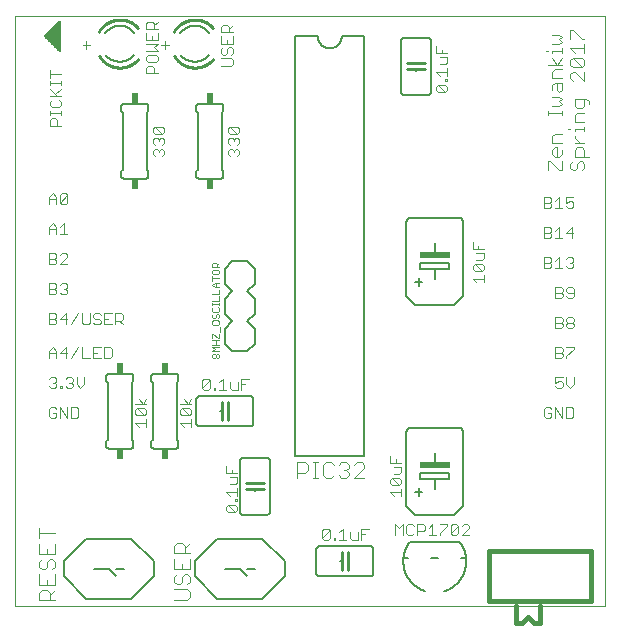
<source format=gto>
G75*
%MOIN*%
%OFA0B0*%
%FSLAX25Y25*%
%IPPOS*%
%LPD*%
%AMOC8*
5,1,8,0,0,1.08239X$1,22.5*
%
%ADD10C,0.00000*%
%ADD11C,0.00400*%
%ADD12C,0.00300*%
%ADD13C,0.00600*%
%ADD14C,0.01000*%
%ADD15R,0.02400X0.03400*%
%ADD16C,0.00800*%
%ADD17C,0.00200*%
%ADD18C,0.01600*%
%ADD19C,0.00500*%
%ADD20R,0.10000X0.02000*%
D10*
X0006800Y0007548D02*
X0006800Y0204398D01*
X0203650Y0204398D01*
X0203650Y0007548D01*
X0006800Y0007548D01*
D11*
X0014996Y0009466D02*
X0014996Y0012068D01*
X0015863Y0012936D01*
X0017598Y0012936D01*
X0018465Y0012068D01*
X0018465Y0009466D01*
X0018465Y0011201D02*
X0020200Y0012936D01*
X0020200Y0014622D02*
X0020200Y0018092D01*
X0019333Y0019779D02*
X0020200Y0020646D01*
X0020200Y0022381D01*
X0019333Y0023248D01*
X0018465Y0023248D01*
X0017598Y0022381D01*
X0017598Y0020646D01*
X0016730Y0019779D01*
X0015863Y0019779D01*
X0014996Y0020646D01*
X0014996Y0022381D01*
X0015863Y0023248D01*
X0014996Y0024935D02*
X0020200Y0024935D01*
X0020200Y0028405D01*
X0017598Y0026670D02*
X0017598Y0024935D01*
X0014996Y0024935D02*
X0014996Y0028405D01*
X0014996Y0030092D02*
X0014996Y0033561D01*
X0014996Y0031826D02*
X0020200Y0031826D01*
X0014996Y0018092D02*
X0014996Y0014622D01*
X0020200Y0014622D01*
X0017598Y0014622D02*
X0017598Y0016357D01*
X0020200Y0009466D02*
X0014996Y0009466D01*
X0059996Y0009622D02*
X0064333Y0009622D01*
X0065200Y0010490D01*
X0065200Y0012225D01*
X0064333Y0013092D01*
X0059996Y0013092D01*
X0060863Y0014779D02*
X0061730Y0014779D01*
X0062598Y0015646D01*
X0062598Y0017381D01*
X0063465Y0018248D01*
X0064333Y0018248D01*
X0065200Y0017381D01*
X0065200Y0015646D01*
X0064333Y0014779D01*
X0060863Y0014779D02*
X0059996Y0015646D01*
X0059996Y0017381D01*
X0060863Y0018248D01*
X0059996Y0019935D02*
X0065200Y0019935D01*
X0065200Y0023405D01*
X0065200Y0025092D02*
X0059996Y0025092D01*
X0059996Y0027694D01*
X0060863Y0028561D01*
X0062598Y0028561D01*
X0063465Y0027694D01*
X0063465Y0025092D01*
X0063465Y0026826D02*
X0065200Y0028561D01*
X0059996Y0023405D02*
X0059996Y0019935D01*
X0062598Y0019935D02*
X0062598Y0021670D01*
X0101000Y0050248D02*
X0101000Y0055452D01*
X0103602Y0055452D01*
X0104470Y0054585D01*
X0104470Y0052850D01*
X0103602Y0051983D01*
X0101000Y0051983D01*
X0106156Y0050248D02*
X0107891Y0050248D01*
X0107024Y0050248D02*
X0107024Y0055452D01*
X0107891Y0055452D02*
X0106156Y0055452D01*
X0109594Y0054585D02*
X0109594Y0051115D01*
X0110461Y0050248D01*
X0112196Y0050248D01*
X0113064Y0051115D01*
X0114750Y0051115D02*
X0115618Y0050248D01*
X0117353Y0050248D01*
X0118220Y0051115D01*
X0118220Y0051983D01*
X0117353Y0052850D01*
X0116485Y0052850D01*
X0117353Y0052850D02*
X0118220Y0053718D01*
X0118220Y0054585D01*
X0117353Y0055452D01*
X0115618Y0055452D01*
X0114750Y0054585D01*
X0113064Y0054585D02*
X0112196Y0055452D01*
X0110461Y0055452D01*
X0109594Y0054585D01*
X0119907Y0054585D02*
X0120774Y0055452D01*
X0122509Y0055452D01*
X0123376Y0054585D01*
X0123376Y0053718D01*
X0119907Y0050248D01*
X0123376Y0050248D01*
X0184496Y0152748D02*
X0184496Y0155817D01*
X0185263Y0155817D01*
X0188333Y0152748D01*
X0189100Y0152748D01*
X0189100Y0155817D01*
X0188333Y0157352D02*
X0186798Y0157352D01*
X0186031Y0158119D01*
X0186031Y0159654D01*
X0186798Y0160421D01*
X0187565Y0160421D01*
X0187565Y0157352D01*
X0188333Y0157352D02*
X0189100Y0158119D01*
X0189100Y0159654D01*
X0189100Y0161956D02*
X0186031Y0161956D01*
X0186031Y0164258D01*
X0186798Y0165025D01*
X0189100Y0165025D01*
X0191229Y0166560D02*
X0191996Y0166560D01*
X0193531Y0166560D02*
X0196600Y0166560D01*
X0196600Y0167327D02*
X0196600Y0165792D01*
X0196600Y0168862D02*
X0193531Y0168862D01*
X0193531Y0171164D01*
X0194298Y0171931D01*
X0196600Y0171931D01*
X0195833Y0173466D02*
X0196600Y0174233D01*
X0196600Y0176535D01*
X0197367Y0176535D02*
X0193531Y0176535D01*
X0193531Y0174233D01*
X0194298Y0173466D01*
X0195833Y0173466D01*
X0198135Y0175000D02*
X0198135Y0175768D01*
X0197367Y0176535D01*
X0196600Y0182674D02*
X0193531Y0185743D01*
X0192763Y0185743D01*
X0191996Y0184975D01*
X0191996Y0183441D01*
X0192763Y0182674D01*
X0189100Y0183441D02*
X0186031Y0183441D01*
X0186031Y0185743D01*
X0186798Y0186510D01*
X0189100Y0186510D01*
X0189100Y0188045D02*
X0184496Y0188045D01*
X0186031Y0190347D02*
X0187565Y0188045D01*
X0189100Y0190347D01*
X0189100Y0191881D02*
X0189100Y0193416D01*
X0189100Y0192649D02*
X0186031Y0192649D01*
X0186031Y0191881D01*
X0184496Y0192649D02*
X0183729Y0192649D01*
X0186031Y0194951D02*
X0188333Y0194951D01*
X0189100Y0195718D01*
X0188333Y0196485D01*
X0189100Y0197253D01*
X0188333Y0198020D01*
X0186031Y0198020D01*
X0191996Y0196485D02*
X0191996Y0199555D01*
X0192763Y0199555D01*
X0195833Y0196485D01*
X0196600Y0196485D01*
X0196600Y0194951D02*
X0196600Y0191881D01*
X0196600Y0193416D02*
X0191996Y0193416D01*
X0193531Y0191881D01*
X0192763Y0190347D02*
X0191996Y0189579D01*
X0191996Y0188045D01*
X0192763Y0187277D01*
X0195833Y0187277D01*
X0192763Y0190347D01*
X0195833Y0190347D01*
X0196600Y0189579D01*
X0196600Y0188045D01*
X0195833Y0187277D01*
X0196600Y0185743D02*
X0196600Y0182674D01*
X0189100Y0181906D02*
X0189100Y0179604D01*
X0188333Y0178837D01*
X0187565Y0179604D01*
X0187565Y0181906D01*
X0186798Y0181906D02*
X0189100Y0181906D01*
X0186798Y0181906D02*
X0186031Y0181139D01*
X0186031Y0179604D01*
X0186031Y0177302D02*
X0188333Y0177302D01*
X0189100Y0176535D01*
X0188333Y0175768D01*
X0189100Y0175000D01*
X0188333Y0174233D01*
X0186031Y0174233D01*
X0184496Y0172698D02*
X0184496Y0171164D01*
X0184496Y0171931D02*
X0189100Y0171931D01*
X0189100Y0171164D02*
X0189100Y0172698D01*
X0193531Y0166560D02*
X0193531Y0165792D01*
X0193531Y0164258D02*
X0193531Y0163491D01*
X0195065Y0161956D01*
X0193531Y0161956D02*
X0196600Y0161956D01*
X0195833Y0160421D02*
X0196600Y0159654D01*
X0196600Y0157352D01*
X0198135Y0157352D02*
X0193531Y0157352D01*
X0193531Y0159654D01*
X0194298Y0160421D01*
X0195833Y0160421D01*
X0195833Y0155817D02*
X0196600Y0155050D01*
X0196600Y0153515D01*
X0195833Y0152748D01*
X0194298Y0153515D02*
X0194298Y0155050D01*
X0195065Y0155817D01*
X0195833Y0155817D01*
X0194298Y0153515D02*
X0193531Y0152748D01*
X0192763Y0152748D01*
X0191996Y0153515D01*
X0191996Y0155050D01*
X0192763Y0155817D01*
D12*
X0193035Y0143901D02*
X0190566Y0143901D01*
X0190566Y0142050D01*
X0191801Y0142667D01*
X0192418Y0142667D01*
X0193035Y0142050D01*
X0193035Y0140815D01*
X0192418Y0140198D01*
X0191183Y0140198D01*
X0190566Y0140815D01*
X0189352Y0140198D02*
X0186883Y0140198D01*
X0188118Y0140198D02*
X0188118Y0143901D01*
X0186883Y0142667D01*
X0185669Y0142667D02*
X0185052Y0142050D01*
X0183200Y0142050D01*
X0183200Y0143901D02*
X0183200Y0140198D01*
X0185052Y0140198D01*
X0185669Y0140815D01*
X0185669Y0141432D01*
X0185052Y0142050D01*
X0185669Y0142667D02*
X0185669Y0143284D01*
X0185052Y0143901D01*
X0183200Y0143901D01*
X0183200Y0133901D02*
X0185052Y0133901D01*
X0185669Y0133284D01*
X0185669Y0132667D01*
X0185052Y0132050D01*
X0183200Y0132050D01*
X0183200Y0133901D02*
X0183200Y0130198D01*
X0185052Y0130198D01*
X0185669Y0130815D01*
X0185669Y0131432D01*
X0185052Y0132050D01*
X0186883Y0132667D02*
X0188118Y0133901D01*
X0188118Y0130198D01*
X0189352Y0130198D02*
X0186883Y0130198D01*
X0190566Y0132050D02*
X0193035Y0132050D01*
X0192418Y0133901D02*
X0190566Y0132050D01*
X0192418Y0133901D02*
X0192418Y0130198D01*
X0192418Y0123901D02*
X0191183Y0123901D01*
X0190566Y0123284D01*
X0191801Y0122050D02*
X0192418Y0122050D01*
X0193035Y0121432D01*
X0193035Y0120815D01*
X0192418Y0120198D01*
X0191183Y0120198D01*
X0190566Y0120815D01*
X0189352Y0120198D02*
X0186883Y0120198D01*
X0188118Y0120198D02*
X0188118Y0123901D01*
X0186883Y0122667D01*
X0185669Y0122667D02*
X0185052Y0122050D01*
X0183200Y0122050D01*
X0183200Y0123901D02*
X0183200Y0120198D01*
X0185052Y0120198D01*
X0185669Y0120815D01*
X0185669Y0121432D01*
X0185052Y0122050D01*
X0185669Y0122667D02*
X0185669Y0123284D01*
X0185052Y0123901D01*
X0183200Y0123901D01*
X0192418Y0123901D02*
X0193035Y0123284D01*
X0193035Y0122667D01*
X0192418Y0122050D01*
X0192485Y0113901D02*
X0191250Y0113901D01*
X0190633Y0113284D01*
X0190633Y0112667D01*
X0191250Y0112050D01*
X0193102Y0112050D01*
X0193102Y0113284D02*
X0193102Y0110815D01*
X0192485Y0110198D01*
X0191250Y0110198D01*
X0190633Y0110815D01*
X0189419Y0110815D02*
X0189419Y0111432D01*
X0188802Y0112050D01*
X0186950Y0112050D01*
X0186950Y0113901D02*
X0186950Y0110198D01*
X0188802Y0110198D01*
X0189419Y0110815D01*
X0188802Y0112050D02*
X0189419Y0112667D01*
X0189419Y0113284D01*
X0188802Y0113901D01*
X0186950Y0113901D01*
X0192485Y0113901D02*
X0193102Y0113284D01*
X0192485Y0103901D02*
X0191250Y0103901D01*
X0190633Y0103284D01*
X0190633Y0102667D01*
X0191250Y0102050D01*
X0192485Y0102050D01*
X0193102Y0101432D01*
X0193102Y0100815D01*
X0192485Y0100198D01*
X0191250Y0100198D01*
X0190633Y0100815D01*
X0190633Y0101432D01*
X0191250Y0102050D01*
X0192485Y0102050D02*
X0193102Y0102667D01*
X0193102Y0103284D01*
X0192485Y0103901D01*
X0189419Y0103284D02*
X0189419Y0102667D01*
X0188802Y0102050D01*
X0186950Y0102050D01*
X0186950Y0103901D02*
X0186950Y0100198D01*
X0188802Y0100198D01*
X0189419Y0100815D01*
X0189419Y0101432D01*
X0188802Y0102050D01*
X0189419Y0103284D02*
X0188802Y0103901D01*
X0186950Y0103901D01*
X0186950Y0093901D02*
X0188802Y0093901D01*
X0189419Y0093284D01*
X0189419Y0092667D01*
X0188802Y0092050D01*
X0186950Y0092050D01*
X0186950Y0093901D02*
X0186950Y0090198D01*
X0188802Y0090198D01*
X0189419Y0090815D01*
X0189419Y0091432D01*
X0188802Y0092050D01*
X0190633Y0090815D02*
X0190633Y0090198D01*
X0190633Y0090815D02*
X0193102Y0093284D01*
X0193102Y0093901D01*
X0190633Y0093901D01*
X0190633Y0083901D02*
X0190633Y0081432D01*
X0191868Y0080198D01*
X0193102Y0081432D01*
X0193102Y0083901D01*
X0189419Y0083901D02*
X0186950Y0083901D01*
X0186950Y0082050D01*
X0188184Y0082667D01*
X0188802Y0082667D01*
X0189419Y0082050D01*
X0189419Y0080815D01*
X0188802Y0080198D01*
X0187567Y0080198D01*
X0186950Y0080815D01*
X0186883Y0073901D02*
X0189352Y0070198D01*
X0189352Y0073901D01*
X0190566Y0073901D02*
X0192418Y0073901D01*
X0193035Y0073284D01*
X0193035Y0070815D01*
X0192418Y0070198D01*
X0190566Y0070198D01*
X0190566Y0073901D01*
X0186883Y0073901D02*
X0186883Y0070198D01*
X0185669Y0070815D02*
X0185669Y0072050D01*
X0184434Y0072050D01*
X0183200Y0073284D02*
X0183200Y0070815D01*
X0183817Y0070198D01*
X0185052Y0070198D01*
X0185669Y0070815D01*
X0185669Y0073284D02*
X0185052Y0073901D01*
X0183817Y0073901D01*
X0183200Y0073284D01*
X0157618Y0034901D02*
X0156384Y0034901D01*
X0155767Y0034284D01*
X0154552Y0034284D02*
X0152084Y0031815D01*
X0152701Y0031198D01*
X0153935Y0031198D01*
X0154552Y0031815D01*
X0154552Y0034284D01*
X0153935Y0034901D01*
X0152701Y0034901D01*
X0152084Y0034284D01*
X0152084Y0031815D01*
X0150869Y0034284D02*
X0148401Y0031815D01*
X0148401Y0031198D01*
X0147186Y0031198D02*
X0144717Y0031198D01*
X0145952Y0031198D02*
X0145952Y0034901D01*
X0144717Y0033667D01*
X0143503Y0034284D02*
X0143503Y0033050D01*
X0142886Y0032432D01*
X0141034Y0032432D01*
X0141034Y0031198D02*
X0141034Y0034901D01*
X0142886Y0034901D01*
X0143503Y0034284D01*
X0139820Y0034284D02*
X0139203Y0034901D01*
X0137968Y0034901D01*
X0137351Y0034284D01*
X0137351Y0031815D01*
X0137968Y0031198D01*
X0139203Y0031198D01*
X0139820Y0031815D01*
X0136137Y0031198D02*
X0136137Y0034901D01*
X0134902Y0033667D01*
X0133668Y0034901D01*
X0133668Y0031198D01*
X0124736Y0033401D02*
X0122267Y0033401D01*
X0122267Y0029698D01*
X0121052Y0029698D02*
X0121052Y0032167D01*
X0122267Y0031550D02*
X0123501Y0031550D01*
X0121052Y0029698D02*
X0119201Y0029698D01*
X0118584Y0030315D01*
X0118584Y0032167D01*
X0116135Y0033401D02*
X0116135Y0029698D01*
X0114901Y0029698D02*
X0117369Y0029698D01*
X0114901Y0032167D02*
X0116135Y0033401D01*
X0113676Y0030315D02*
X0113676Y0029698D01*
X0113059Y0029698D01*
X0113059Y0030315D01*
X0113676Y0030315D01*
X0111845Y0030315D02*
X0111845Y0032784D01*
X0109376Y0030315D01*
X0109993Y0029698D01*
X0111227Y0029698D01*
X0111845Y0030315D01*
X0111845Y0032784D02*
X0111227Y0033401D01*
X0109993Y0033401D01*
X0109376Y0032784D01*
X0109376Y0030315D01*
X0131947Y0045432D02*
X0135650Y0045432D01*
X0135650Y0044198D02*
X0135650Y0046667D01*
X0135033Y0047881D02*
X0132564Y0050350D01*
X0135033Y0050350D01*
X0135650Y0049733D01*
X0135650Y0048498D01*
X0135033Y0047881D01*
X0132564Y0047881D01*
X0131947Y0048498D01*
X0131947Y0049733D01*
X0132564Y0050350D01*
X0133181Y0051564D02*
X0135033Y0051564D01*
X0135650Y0052182D01*
X0135650Y0054033D01*
X0133181Y0054033D01*
X0133798Y0055247D02*
X0133798Y0056482D01*
X0131947Y0057716D02*
X0131947Y0055247D01*
X0135650Y0055247D01*
X0131947Y0045432D02*
X0133181Y0044198D01*
X0148401Y0034901D02*
X0150869Y0034901D01*
X0150869Y0034284D01*
X0155767Y0031198D02*
X0158236Y0033667D01*
X0158236Y0034284D01*
X0157618Y0034901D01*
X0158236Y0031198D02*
X0155767Y0031198D01*
X0083501Y0081550D02*
X0082267Y0081550D01*
X0081052Y0082167D02*
X0081052Y0079698D01*
X0079201Y0079698D01*
X0078584Y0080315D01*
X0078584Y0082167D01*
X0076135Y0083401D02*
X0076135Y0079698D01*
X0074901Y0079698D02*
X0077369Y0079698D01*
X0074901Y0082167D02*
X0076135Y0083401D01*
X0073676Y0080315D02*
X0073676Y0079698D01*
X0073059Y0079698D01*
X0073059Y0080315D01*
X0073676Y0080315D01*
X0071845Y0080315D02*
X0071845Y0082784D01*
X0069376Y0080315D01*
X0069993Y0079698D01*
X0071227Y0079698D01*
X0071845Y0080315D01*
X0071845Y0082784D02*
X0071227Y0083401D01*
X0069993Y0083401D01*
X0069376Y0082784D01*
X0069376Y0080315D01*
X0065650Y0076630D02*
X0064416Y0074779D01*
X0063181Y0076630D01*
X0061947Y0074779D02*
X0065650Y0074779D01*
X0065033Y0073564D02*
X0065650Y0072947D01*
X0065650Y0071713D01*
X0065033Y0071096D01*
X0062564Y0073564D01*
X0065033Y0073564D01*
X0062564Y0073564D02*
X0061947Y0072947D01*
X0061947Y0071713D01*
X0062564Y0071096D01*
X0065033Y0071096D01*
X0065650Y0069881D02*
X0065650Y0067412D01*
X0065650Y0068647D02*
X0061947Y0068647D01*
X0063181Y0067412D01*
X0050650Y0067412D02*
X0050650Y0069881D01*
X0050650Y0068647D02*
X0046947Y0068647D01*
X0048181Y0067412D01*
X0047564Y0071096D02*
X0046947Y0071713D01*
X0046947Y0072947D01*
X0047564Y0073564D01*
X0050033Y0071096D01*
X0050650Y0071713D01*
X0050650Y0072947D01*
X0050033Y0073564D01*
X0047564Y0073564D01*
X0046947Y0074779D02*
X0050650Y0074779D01*
X0049416Y0074779D02*
X0048181Y0076630D01*
X0049416Y0074779D02*
X0050650Y0076630D01*
X0050033Y0071096D02*
X0047564Y0071096D01*
X0028035Y0070815D02*
X0028035Y0073284D01*
X0027418Y0073901D01*
X0025566Y0073901D01*
X0025566Y0070198D01*
X0027418Y0070198D01*
X0028035Y0070815D01*
X0024352Y0070198D02*
X0024352Y0073901D01*
X0021883Y0073901D02*
X0024352Y0070198D01*
X0021883Y0070198D02*
X0021883Y0073901D01*
X0020669Y0073284D02*
X0020052Y0073901D01*
X0018817Y0073901D01*
X0018200Y0073284D01*
X0018200Y0070815D01*
X0018817Y0070198D01*
X0020052Y0070198D01*
X0020669Y0070815D01*
X0020669Y0072050D01*
X0019434Y0072050D01*
X0018817Y0080198D02*
X0018200Y0080815D01*
X0018817Y0080198D02*
X0020052Y0080198D01*
X0020669Y0080815D01*
X0020669Y0081432D01*
X0020052Y0082050D01*
X0019434Y0082050D01*
X0020052Y0082050D02*
X0020669Y0082667D01*
X0020669Y0083284D01*
X0020052Y0083901D01*
X0018817Y0083901D01*
X0018200Y0083284D01*
X0021883Y0080815D02*
X0022500Y0080815D01*
X0022500Y0080198D01*
X0021883Y0080198D01*
X0021883Y0080815D01*
X0023725Y0080815D02*
X0024342Y0080198D01*
X0025576Y0080198D01*
X0026193Y0080815D01*
X0026193Y0081432D01*
X0025576Y0082050D01*
X0024959Y0082050D01*
X0025576Y0082050D02*
X0026193Y0082667D01*
X0026193Y0083284D01*
X0025576Y0083901D01*
X0024342Y0083901D01*
X0023725Y0083284D01*
X0027408Y0083901D02*
X0027408Y0081432D01*
X0028642Y0080198D01*
X0029877Y0081432D01*
X0029877Y0083901D01*
X0029249Y0090198D02*
X0031718Y0090198D01*
X0032933Y0090198D02*
X0032933Y0093901D01*
X0035401Y0093901D01*
X0036616Y0093901D02*
X0036616Y0090198D01*
X0038467Y0090198D01*
X0039084Y0090815D01*
X0039084Y0093284D01*
X0038467Y0093901D01*
X0036616Y0093901D01*
X0035401Y0090198D02*
X0032933Y0090198D01*
X0032933Y0092050D02*
X0034167Y0092050D01*
X0029249Y0093901D02*
X0029249Y0090198D01*
X0025566Y0090198D02*
X0028035Y0093901D01*
X0024352Y0092050D02*
X0021883Y0092050D01*
X0023735Y0093901D01*
X0023735Y0090198D01*
X0020669Y0090198D02*
X0020669Y0092667D01*
X0019434Y0093901D01*
X0018200Y0092667D01*
X0018200Y0090198D01*
X0018200Y0092050D02*
X0020669Y0092050D01*
X0020052Y0101448D02*
X0018200Y0101448D01*
X0018200Y0105151D01*
X0020052Y0105151D01*
X0020669Y0104534D01*
X0020669Y0103917D01*
X0020052Y0103300D01*
X0018200Y0103300D01*
X0020052Y0103300D02*
X0020669Y0102682D01*
X0020669Y0102065D01*
X0020052Y0101448D01*
X0021883Y0103300D02*
X0024352Y0103300D01*
X0023735Y0105151D02*
X0023735Y0101448D01*
X0025566Y0101448D02*
X0028035Y0105151D01*
X0029249Y0105151D02*
X0029249Y0102065D01*
X0029867Y0101448D01*
X0031101Y0101448D01*
X0031718Y0102065D01*
X0031718Y0105151D01*
X0032933Y0104534D02*
X0032933Y0103917D01*
X0033550Y0103300D01*
X0034784Y0103300D01*
X0035401Y0102682D01*
X0035401Y0102065D01*
X0034784Y0101448D01*
X0033550Y0101448D01*
X0032933Y0102065D01*
X0032933Y0104534D02*
X0033550Y0105151D01*
X0034784Y0105151D01*
X0035401Y0104534D01*
X0036616Y0105151D02*
X0036616Y0101448D01*
X0039084Y0101448D01*
X0040299Y0101448D02*
X0040299Y0105151D01*
X0042150Y0105151D01*
X0042768Y0104534D01*
X0042768Y0103300D01*
X0042150Y0102682D01*
X0040299Y0102682D01*
X0041533Y0102682D02*
X0042768Y0101448D01*
X0039084Y0105151D02*
X0036616Y0105151D01*
X0036616Y0103300D02*
X0037850Y0103300D01*
X0023735Y0105151D02*
X0021883Y0103300D01*
X0022500Y0111448D02*
X0021883Y0112065D01*
X0022500Y0111448D02*
X0023735Y0111448D01*
X0024352Y0112065D01*
X0024352Y0112682D01*
X0023735Y0113300D01*
X0023118Y0113300D01*
X0023735Y0113300D02*
X0024352Y0113917D01*
X0024352Y0114534D01*
X0023735Y0115151D01*
X0022500Y0115151D01*
X0021883Y0114534D01*
X0020669Y0114534D02*
X0020052Y0115151D01*
X0018200Y0115151D01*
X0018200Y0111448D01*
X0020052Y0111448D01*
X0020669Y0112065D01*
X0020669Y0112682D01*
X0020052Y0113300D01*
X0018200Y0113300D01*
X0020052Y0113300D02*
X0020669Y0113917D01*
X0020669Y0114534D01*
X0020052Y0121448D02*
X0018200Y0121448D01*
X0018200Y0125151D01*
X0020052Y0125151D01*
X0020669Y0124534D01*
X0020669Y0123917D01*
X0020052Y0123300D01*
X0018200Y0123300D01*
X0020052Y0123300D02*
X0020669Y0122682D01*
X0020669Y0122065D01*
X0020052Y0121448D01*
X0021883Y0121448D02*
X0024352Y0123917D01*
X0024352Y0124534D01*
X0023735Y0125151D01*
X0022500Y0125151D01*
X0021883Y0124534D01*
X0021883Y0121448D02*
X0024352Y0121448D01*
X0024352Y0131448D02*
X0021883Y0131448D01*
X0020669Y0131448D02*
X0020669Y0133917D01*
X0019434Y0135151D01*
X0018200Y0133917D01*
X0018200Y0131448D01*
X0018200Y0133300D02*
X0020669Y0133300D01*
X0021883Y0133917D02*
X0023118Y0135151D01*
X0023118Y0131448D01*
X0023735Y0141448D02*
X0022500Y0141448D01*
X0021883Y0142065D01*
X0024352Y0144534D01*
X0024352Y0142065D01*
X0023735Y0141448D01*
X0021883Y0142065D02*
X0021883Y0144534D01*
X0022500Y0145151D01*
X0023735Y0145151D01*
X0024352Y0144534D01*
X0020669Y0143917D02*
X0020669Y0141448D01*
X0020669Y0143300D02*
X0018200Y0143300D01*
X0018200Y0143917D02*
X0019434Y0145151D01*
X0020669Y0143917D01*
X0018200Y0143917D02*
X0018200Y0141448D01*
X0018447Y0167698D02*
X0018447Y0169550D01*
X0019064Y0170167D01*
X0020298Y0170167D01*
X0020916Y0169550D01*
X0020916Y0167698D01*
X0022150Y0167698D02*
X0018447Y0167698D01*
X0018447Y0171381D02*
X0018447Y0172616D01*
X0018447Y0171998D02*
X0022150Y0171998D01*
X0022150Y0171381D02*
X0022150Y0172616D01*
X0021533Y0173837D02*
X0022150Y0174454D01*
X0022150Y0175688D01*
X0021533Y0176305D01*
X0022150Y0177520D02*
X0018447Y0177520D01*
X0019064Y0176305D02*
X0018447Y0175688D01*
X0018447Y0174454D01*
X0019064Y0173837D01*
X0021533Y0173837D01*
X0020916Y0177520D02*
X0018447Y0179989D01*
X0018447Y0181203D02*
X0018447Y0182437D01*
X0018447Y0181820D02*
X0022150Y0181820D01*
X0022150Y0181203D02*
X0022150Y0182437D01*
X0022150Y0184893D02*
X0018447Y0184893D01*
X0018447Y0186127D02*
X0018447Y0183658D01*
X0022150Y0179989D02*
X0020298Y0178137D01*
X0030684Y0193315D02*
X0030684Y0195784D01*
X0029450Y0194550D02*
X0031919Y0194550D01*
X0050697Y0195033D02*
X0054400Y0195033D01*
X0053166Y0193799D01*
X0054400Y0192564D01*
X0050697Y0192564D01*
X0051314Y0191350D02*
X0050697Y0190733D01*
X0050697Y0189498D01*
X0051314Y0188881D01*
X0053783Y0188881D01*
X0054400Y0189498D01*
X0054400Y0190733D01*
X0053783Y0191350D01*
X0051314Y0191350D01*
X0051314Y0187667D02*
X0050697Y0187050D01*
X0050697Y0185198D01*
X0054400Y0185198D01*
X0053166Y0185198D02*
X0053166Y0187050D01*
X0052548Y0187667D01*
X0051314Y0187667D01*
X0056934Y0193315D02*
X0056934Y0195784D01*
X0055700Y0194550D02*
X0058169Y0194550D01*
X0054400Y0196247D02*
X0054400Y0198716D01*
X0054400Y0199931D02*
X0050697Y0199931D01*
X0050697Y0201782D01*
X0051314Y0202399D01*
X0052548Y0202399D01*
X0053166Y0201782D01*
X0053166Y0199931D01*
X0053166Y0201165D02*
X0054400Y0202399D01*
X0050697Y0198716D02*
X0050697Y0196247D01*
X0054400Y0196247D01*
X0052548Y0196247D02*
X0052548Y0197482D01*
X0075697Y0197533D02*
X0075697Y0195064D01*
X0079400Y0195064D01*
X0079400Y0197533D01*
X0079400Y0198747D02*
X0075697Y0198747D01*
X0075697Y0200599D01*
X0076314Y0201216D01*
X0077548Y0201216D01*
X0078166Y0200599D01*
X0078166Y0198747D01*
X0078166Y0199982D02*
X0079400Y0201216D01*
X0077548Y0196299D02*
X0077548Y0195064D01*
X0078166Y0193850D02*
X0078783Y0193850D01*
X0079400Y0193233D01*
X0079400Y0191998D01*
X0078783Y0191381D01*
X0078783Y0190167D02*
X0075697Y0190167D01*
X0076314Y0191381D02*
X0076931Y0191381D01*
X0077548Y0191998D01*
X0077548Y0193233D01*
X0078166Y0193850D01*
X0076314Y0193850D02*
X0075697Y0193233D01*
X0075697Y0191998D01*
X0076314Y0191381D01*
X0078783Y0190167D02*
X0079400Y0189550D01*
X0079400Y0188315D01*
X0078783Y0187698D01*
X0075697Y0187698D01*
X0078564Y0167383D02*
X0081033Y0164914D01*
X0081650Y0165532D01*
X0081650Y0166766D01*
X0081033Y0167383D01*
X0078564Y0167383D01*
X0077947Y0166766D01*
X0077947Y0165532D01*
X0078564Y0164914D01*
X0081033Y0164914D01*
X0081033Y0163700D02*
X0081650Y0163083D01*
X0081650Y0161848D01*
X0081033Y0161231D01*
X0081033Y0160017D02*
X0081650Y0159400D01*
X0081650Y0158165D01*
X0081033Y0157548D01*
X0079798Y0158782D02*
X0079798Y0159400D01*
X0080416Y0160017D01*
X0081033Y0160017D01*
X0079798Y0159400D02*
X0079181Y0160017D01*
X0078564Y0160017D01*
X0077947Y0159400D01*
X0077947Y0158165D01*
X0078564Y0157548D01*
X0078564Y0161231D02*
X0077947Y0161848D01*
X0077947Y0163083D01*
X0078564Y0163700D01*
X0079181Y0163700D01*
X0079798Y0163083D01*
X0080416Y0163700D01*
X0081033Y0163700D01*
X0079798Y0163083D02*
X0079798Y0162466D01*
X0056650Y0163083D02*
X0056650Y0161848D01*
X0056033Y0161231D01*
X0056033Y0160017D02*
X0055416Y0160017D01*
X0054798Y0159400D01*
X0054798Y0158782D01*
X0054798Y0159400D02*
X0054181Y0160017D01*
X0053564Y0160017D01*
X0052947Y0159400D01*
X0052947Y0158165D01*
X0053564Y0157548D01*
X0056033Y0157548D02*
X0056650Y0158165D01*
X0056650Y0159400D01*
X0056033Y0160017D01*
X0054798Y0162466D02*
X0054798Y0163083D01*
X0055416Y0163700D01*
X0056033Y0163700D01*
X0056650Y0163083D01*
X0054798Y0163083D02*
X0054181Y0163700D01*
X0053564Y0163700D01*
X0052947Y0163083D01*
X0052947Y0161848D01*
X0053564Y0161231D01*
X0053564Y0164914D02*
X0052947Y0165532D01*
X0052947Y0166766D01*
X0053564Y0167383D01*
X0056033Y0164914D01*
X0056650Y0165532D01*
X0056650Y0166766D01*
X0056033Y0167383D01*
X0053564Y0167383D01*
X0053564Y0164914D02*
X0056033Y0164914D01*
X0082267Y0083401D02*
X0084736Y0083401D01*
X0082267Y0083401D02*
X0082267Y0079698D01*
X0077197Y0054234D02*
X0077197Y0051765D01*
X0080900Y0051765D01*
X0080900Y0050551D02*
X0078431Y0050551D01*
X0079048Y0051765D02*
X0079048Y0052999D01*
X0080900Y0050551D02*
X0080900Y0048699D01*
X0080283Y0048082D01*
X0078431Y0048082D01*
X0077197Y0045633D02*
X0080900Y0045633D01*
X0080900Y0044399D02*
X0080900Y0046867D01*
X0078431Y0044399D02*
X0077197Y0045633D01*
X0080283Y0043174D02*
X0080900Y0043174D01*
X0080900Y0042557D01*
X0080283Y0042557D01*
X0080283Y0043174D01*
X0080283Y0041343D02*
X0077814Y0041343D01*
X0080283Y0038874D01*
X0080900Y0039491D01*
X0080900Y0040725D01*
X0080283Y0041343D01*
X0077814Y0041343D02*
X0077197Y0040725D01*
X0077197Y0039491D01*
X0077814Y0038874D01*
X0080283Y0038874D01*
X0159447Y0116682D02*
X0163150Y0116682D01*
X0163150Y0115448D02*
X0163150Y0117917D01*
X0162533Y0119131D02*
X0160064Y0121600D01*
X0162533Y0121600D01*
X0163150Y0120983D01*
X0163150Y0119748D01*
X0162533Y0119131D01*
X0160064Y0119131D01*
X0159447Y0119748D01*
X0159447Y0120983D01*
X0160064Y0121600D01*
X0160681Y0122814D02*
X0162533Y0122814D01*
X0163150Y0123432D01*
X0163150Y0125283D01*
X0160681Y0125283D01*
X0161298Y0126497D02*
X0161298Y0127732D01*
X0159447Y0128966D02*
X0159447Y0126497D01*
X0163150Y0126497D01*
X0159447Y0116682D02*
X0160681Y0115448D01*
X0150283Y0178874D02*
X0147814Y0178874D01*
X0147197Y0179491D01*
X0147197Y0180725D01*
X0147814Y0181343D01*
X0150283Y0178874D01*
X0150900Y0179491D01*
X0150900Y0180725D01*
X0150283Y0181343D01*
X0147814Y0181343D01*
X0150283Y0182557D02*
X0150283Y0183174D01*
X0150900Y0183174D01*
X0150900Y0182557D01*
X0150283Y0182557D01*
X0150900Y0184399D02*
X0150900Y0186867D01*
X0150900Y0185633D02*
X0147197Y0185633D01*
X0148431Y0184399D01*
X0148431Y0188082D02*
X0150283Y0188082D01*
X0150900Y0188699D01*
X0150900Y0190551D01*
X0148431Y0190551D01*
X0149048Y0191765D02*
X0149048Y0192999D01*
X0147197Y0191765D02*
X0147197Y0194234D01*
X0147197Y0191765D02*
X0150900Y0191765D01*
D13*
X0145550Y0196048D02*
X0145550Y0179048D01*
X0145548Y0178988D01*
X0145543Y0178927D01*
X0145534Y0178868D01*
X0145521Y0178809D01*
X0145505Y0178750D01*
X0145485Y0178693D01*
X0145462Y0178638D01*
X0145435Y0178583D01*
X0145406Y0178531D01*
X0145373Y0178480D01*
X0145337Y0178431D01*
X0145299Y0178385D01*
X0145257Y0178341D01*
X0145213Y0178299D01*
X0145167Y0178261D01*
X0145118Y0178225D01*
X0145067Y0178192D01*
X0145015Y0178163D01*
X0144960Y0178136D01*
X0144905Y0178113D01*
X0144848Y0178093D01*
X0144789Y0178077D01*
X0144730Y0178064D01*
X0144671Y0178055D01*
X0144610Y0178050D01*
X0144550Y0178048D01*
X0136550Y0178048D01*
X0136490Y0178050D01*
X0136429Y0178055D01*
X0136370Y0178064D01*
X0136311Y0178077D01*
X0136252Y0178093D01*
X0136195Y0178113D01*
X0136140Y0178136D01*
X0136085Y0178163D01*
X0136033Y0178192D01*
X0135982Y0178225D01*
X0135933Y0178261D01*
X0135887Y0178299D01*
X0135843Y0178341D01*
X0135801Y0178385D01*
X0135763Y0178431D01*
X0135727Y0178480D01*
X0135694Y0178531D01*
X0135665Y0178583D01*
X0135638Y0178638D01*
X0135615Y0178693D01*
X0135595Y0178750D01*
X0135579Y0178809D01*
X0135566Y0178868D01*
X0135557Y0178927D01*
X0135552Y0178988D01*
X0135550Y0179048D01*
X0135550Y0196048D01*
X0135552Y0196108D01*
X0135557Y0196169D01*
X0135566Y0196228D01*
X0135579Y0196287D01*
X0135595Y0196346D01*
X0135615Y0196403D01*
X0135638Y0196458D01*
X0135665Y0196513D01*
X0135694Y0196565D01*
X0135727Y0196616D01*
X0135763Y0196665D01*
X0135801Y0196711D01*
X0135843Y0196755D01*
X0135887Y0196797D01*
X0135933Y0196835D01*
X0135982Y0196871D01*
X0136033Y0196904D01*
X0136085Y0196933D01*
X0136140Y0196960D01*
X0136195Y0196983D01*
X0136252Y0197003D01*
X0136311Y0197019D01*
X0136370Y0197032D01*
X0136429Y0197041D01*
X0136490Y0197046D01*
X0136550Y0197048D01*
X0144550Y0197048D01*
X0144610Y0197046D01*
X0144671Y0197041D01*
X0144730Y0197032D01*
X0144789Y0197019D01*
X0144848Y0197003D01*
X0144905Y0196983D01*
X0144960Y0196960D01*
X0145015Y0196933D01*
X0145067Y0196904D01*
X0145118Y0196871D01*
X0145167Y0196835D01*
X0145213Y0196797D01*
X0145257Y0196755D01*
X0145299Y0196711D01*
X0145337Y0196665D01*
X0145373Y0196616D01*
X0145406Y0196565D01*
X0145435Y0196513D01*
X0145462Y0196458D01*
X0145485Y0196403D01*
X0145505Y0196346D01*
X0145521Y0196287D01*
X0145534Y0196228D01*
X0145543Y0196169D01*
X0145548Y0196108D01*
X0145550Y0196048D01*
X0140550Y0189048D02*
X0140550Y0188548D01*
X0140550Y0186548D02*
X0140550Y0186048D01*
X0123300Y0197548D02*
X0115800Y0197548D01*
X0115798Y0197422D01*
X0115792Y0197297D01*
X0115782Y0197172D01*
X0115768Y0197047D01*
X0115751Y0196922D01*
X0115729Y0196798D01*
X0115704Y0196675D01*
X0115674Y0196553D01*
X0115641Y0196432D01*
X0115604Y0196312D01*
X0115564Y0196193D01*
X0115519Y0196076D01*
X0115471Y0195959D01*
X0115419Y0195845D01*
X0115364Y0195732D01*
X0115305Y0195621D01*
X0115243Y0195512D01*
X0115177Y0195405D01*
X0115108Y0195300D01*
X0115036Y0195197D01*
X0114961Y0195096D01*
X0114882Y0194998D01*
X0114800Y0194903D01*
X0114716Y0194810D01*
X0114628Y0194720D01*
X0114538Y0194632D01*
X0114445Y0194548D01*
X0114350Y0194466D01*
X0114252Y0194387D01*
X0114151Y0194312D01*
X0114048Y0194240D01*
X0113943Y0194171D01*
X0113836Y0194105D01*
X0113727Y0194043D01*
X0113616Y0193984D01*
X0113503Y0193929D01*
X0113389Y0193877D01*
X0113272Y0193829D01*
X0113155Y0193784D01*
X0113036Y0193744D01*
X0112916Y0193707D01*
X0112795Y0193674D01*
X0112673Y0193644D01*
X0112550Y0193619D01*
X0112426Y0193597D01*
X0112301Y0193580D01*
X0112176Y0193566D01*
X0112051Y0193556D01*
X0111926Y0193550D01*
X0111800Y0193548D01*
X0111674Y0193550D01*
X0111549Y0193556D01*
X0111424Y0193566D01*
X0111299Y0193580D01*
X0111174Y0193597D01*
X0111050Y0193619D01*
X0110927Y0193644D01*
X0110805Y0193674D01*
X0110684Y0193707D01*
X0110564Y0193744D01*
X0110445Y0193784D01*
X0110328Y0193829D01*
X0110211Y0193877D01*
X0110097Y0193929D01*
X0109984Y0193984D01*
X0109873Y0194043D01*
X0109764Y0194105D01*
X0109657Y0194171D01*
X0109552Y0194240D01*
X0109449Y0194312D01*
X0109348Y0194387D01*
X0109250Y0194466D01*
X0109155Y0194548D01*
X0109062Y0194632D01*
X0108972Y0194720D01*
X0108884Y0194810D01*
X0108800Y0194903D01*
X0108718Y0194998D01*
X0108639Y0195096D01*
X0108564Y0195197D01*
X0108492Y0195300D01*
X0108423Y0195405D01*
X0108357Y0195512D01*
X0108295Y0195621D01*
X0108236Y0195732D01*
X0108181Y0195845D01*
X0108129Y0195959D01*
X0108081Y0196076D01*
X0108036Y0196193D01*
X0107996Y0196312D01*
X0107959Y0196432D01*
X0107926Y0196553D01*
X0107896Y0196675D01*
X0107871Y0196798D01*
X0107849Y0196922D01*
X0107832Y0197047D01*
X0107818Y0197172D01*
X0107808Y0197297D01*
X0107802Y0197422D01*
X0107800Y0197548D01*
X0100300Y0197548D01*
X0100300Y0057548D01*
X0123300Y0057548D01*
X0123300Y0197548D01*
X0076300Y0174048D02*
X0076300Y0172548D01*
X0075800Y0172048D01*
X0075800Y0153048D01*
X0076300Y0152548D01*
X0076300Y0151048D01*
X0076298Y0150988D01*
X0076293Y0150927D01*
X0076284Y0150868D01*
X0076271Y0150809D01*
X0076255Y0150750D01*
X0076235Y0150693D01*
X0076212Y0150638D01*
X0076185Y0150583D01*
X0076156Y0150531D01*
X0076123Y0150480D01*
X0076087Y0150431D01*
X0076049Y0150385D01*
X0076007Y0150341D01*
X0075963Y0150299D01*
X0075917Y0150261D01*
X0075868Y0150225D01*
X0075817Y0150192D01*
X0075765Y0150163D01*
X0075710Y0150136D01*
X0075655Y0150113D01*
X0075598Y0150093D01*
X0075539Y0150077D01*
X0075480Y0150064D01*
X0075421Y0150055D01*
X0075360Y0150050D01*
X0075300Y0150048D01*
X0068300Y0150048D01*
X0068240Y0150050D01*
X0068179Y0150055D01*
X0068120Y0150064D01*
X0068061Y0150077D01*
X0068002Y0150093D01*
X0067945Y0150113D01*
X0067890Y0150136D01*
X0067835Y0150163D01*
X0067783Y0150192D01*
X0067732Y0150225D01*
X0067683Y0150261D01*
X0067637Y0150299D01*
X0067593Y0150341D01*
X0067551Y0150385D01*
X0067513Y0150431D01*
X0067477Y0150480D01*
X0067444Y0150531D01*
X0067415Y0150583D01*
X0067388Y0150638D01*
X0067365Y0150693D01*
X0067345Y0150750D01*
X0067329Y0150809D01*
X0067316Y0150868D01*
X0067307Y0150927D01*
X0067302Y0150988D01*
X0067300Y0151048D01*
X0067300Y0152548D01*
X0067800Y0153048D01*
X0067800Y0172048D01*
X0067300Y0172548D01*
X0067300Y0174048D01*
X0067302Y0174108D01*
X0067307Y0174169D01*
X0067316Y0174228D01*
X0067329Y0174287D01*
X0067345Y0174346D01*
X0067365Y0174403D01*
X0067388Y0174458D01*
X0067415Y0174513D01*
X0067444Y0174565D01*
X0067477Y0174616D01*
X0067513Y0174665D01*
X0067551Y0174711D01*
X0067593Y0174755D01*
X0067637Y0174797D01*
X0067683Y0174835D01*
X0067732Y0174871D01*
X0067783Y0174904D01*
X0067835Y0174933D01*
X0067890Y0174960D01*
X0067945Y0174983D01*
X0068002Y0175003D01*
X0068061Y0175019D01*
X0068120Y0175032D01*
X0068179Y0175041D01*
X0068240Y0175046D01*
X0068300Y0175048D01*
X0075300Y0175048D01*
X0075360Y0175046D01*
X0075421Y0175041D01*
X0075480Y0175032D01*
X0075539Y0175019D01*
X0075598Y0175003D01*
X0075655Y0174983D01*
X0075710Y0174960D01*
X0075765Y0174933D01*
X0075817Y0174904D01*
X0075868Y0174871D01*
X0075917Y0174835D01*
X0075963Y0174797D01*
X0076007Y0174755D01*
X0076049Y0174711D01*
X0076087Y0174665D01*
X0076123Y0174616D01*
X0076156Y0174565D01*
X0076185Y0174513D01*
X0076212Y0174458D01*
X0076235Y0174403D01*
X0076255Y0174346D01*
X0076271Y0174287D01*
X0076284Y0174228D01*
X0076293Y0174169D01*
X0076298Y0174108D01*
X0076300Y0174048D01*
X0066800Y0189048D02*
X0066648Y0189050D01*
X0066497Y0189056D01*
X0066346Y0189065D01*
X0066194Y0189079D01*
X0066044Y0189096D01*
X0065894Y0189117D01*
X0065744Y0189142D01*
X0065595Y0189170D01*
X0065447Y0189203D01*
X0065300Y0189239D01*
X0065153Y0189278D01*
X0065008Y0189322D01*
X0064864Y0189369D01*
X0064721Y0189420D01*
X0064580Y0189474D01*
X0064439Y0189532D01*
X0064301Y0189593D01*
X0064164Y0189658D01*
X0064028Y0189727D01*
X0063895Y0189798D01*
X0063763Y0189873D01*
X0063633Y0189952D01*
X0063506Y0190033D01*
X0063380Y0190118D01*
X0063256Y0190206D01*
X0063135Y0190297D01*
X0063016Y0190391D01*
X0062900Y0190489D01*
X0062786Y0190589D01*
X0062674Y0190691D01*
X0062566Y0190797D01*
X0062460Y0190905D01*
X0062356Y0191016D01*
X0062256Y0191130D01*
X0062158Y0191246D01*
X0062064Y0191365D01*
X0066800Y0201048D02*
X0066954Y0201046D01*
X0067108Y0201040D01*
X0067262Y0201030D01*
X0067416Y0201016D01*
X0067569Y0200999D01*
X0067721Y0200977D01*
X0067873Y0200951D01*
X0068025Y0200922D01*
X0068175Y0200888D01*
X0068325Y0200851D01*
X0068473Y0200810D01*
X0068621Y0200765D01*
X0068767Y0200716D01*
X0068912Y0200664D01*
X0069055Y0200608D01*
X0069198Y0200548D01*
X0069338Y0200485D01*
X0069477Y0200418D01*
X0069614Y0200347D01*
X0069749Y0200273D01*
X0069882Y0200196D01*
X0070014Y0200115D01*
X0070143Y0200031D01*
X0070270Y0199943D01*
X0070394Y0199852D01*
X0070516Y0199759D01*
X0070636Y0199661D01*
X0070753Y0199561D01*
X0070868Y0199458D01*
X0070980Y0199352D01*
X0071089Y0199244D01*
X0071195Y0199132D01*
X0071299Y0199018D01*
X0071399Y0198901D01*
X0071497Y0198782D01*
X0071591Y0198660D01*
X0071682Y0198535D01*
X0066800Y0201048D02*
X0066650Y0201046D01*
X0066499Y0201040D01*
X0066349Y0201031D01*
X0066200Y0201018D01*
X0066050Y0201001D01*
X0065901Y0200980D01*
X0065753Y0200956D01*
X0065605Y0200928D01*
X0065458Y0200896D01*
X0065312Y0200861D01*
X0065167Y0200821D01*
X0065023Y0200779D01*
X0064880Y0200732D01*
X0064738Y0200682D01*
X0064597Y0200629D01*
X0064458Y0200572D01*
X0064320Y0200512D01*
X0064184Y0200448D01*
X0064050Y0200381D01*
X0063917Y0200310D01*
X0063786Y0200236D01*
X0063657Y0200159D01*
X0063530Y0200078D01*
X0063405Y0199995D01*
X0063282Y0199908D01*
X0063161Y0199819D01*
X0063043Y0199726D01*
X0062927Y0199630D01*
X0062813Y0199532D01*
X0062702Y0199431D01*
X0062593Y0199326D01*
X0062488Y0199220D01*
X0062384Y0199110D01*
X0062284Y0198998D01*
X0062186Y0198884D01*
X0062092Y0198767D01*
X0062000Y0198648D01*
X0066800Y0189048D02*
X0066952Y0189050D01*
X0067103Y0189056D01*
X0067254Y0189065D01*
X0067406Y0189079D01*
X0067556Y0189096D01*
X0067706Y0189117D01*
X0067856Y0189142D01*
X0068005Y0189170D01*
X0068153Y0189203D01*
X0068300Y0189239D01*
X0068447Y0189278D01*
X0068592Y0189322D01*
X0068736Y0189369D01*
X0068879Y0189420D01*
X0069020Y0189474D01*
X0069161Y0189532D01*
X0069299Y0189593D01*
X0069436Y0189658D01*
X0069572Y0189727D01*
X0069705Y0189798D01*
X0069837Y0189873D01*
X0069967Y0189952D01*
X0070094Y0190033D01*
X0070220Y0190118D01*
X0070344Y0190206D01*
X0070465Y0190297D01*
X0070584Y0190391D01*
X0070700Y0190489D01*
X0070814Y0190589D01*
X0070926Y0190691D01*
X0071034Y0190797D01*
X0071140Y0190905D01*
X0071244Y0191016D01*
X0071344Y0191130D01*
X0071442Y0191246D01*
X0071536Y0191365D01*
X0051300Y0174048D02*
X0051300Y0172548D01*
X0050800Y0172048D01*
X0050800Y0153048D01*
X0051300Y0152548D01*
X0051300Y0151048D01*
X0051298Y0150988D01*
X0051293Y0150927D01*
X0051284Y0150868D01*
X0051271Y0150809D01*
X0051255Y0150750D01*
X0051235Y0150693D01*
X0051212Y0150638D01*
X0051185Y0150583D01*
X0051156Y0150531D01*
X0051123Y0150480D01*
X0051087Y0150431D01*
X0051049Y0150385D01*
X0051007Y0150341D01*
X0050963Y0150299D01*
X0050917Y0150261D01*
X0050868Y0150225D01*
X0050817Y0150192D01*
X0050765Y0150163D01*
X0050710Y0150136D01*
X0050655Y0150113D01*
X0050598Y0150093D01*
X0050539Y0150077D01*
X0050480Y0150064D01*
X0050421Y0150055D01*
X0050360Y0150050D01*
X0050300Y0150048D01*
X0043300Y0150048D01*
X0043240Y0150050D01*
X0043179Y0150055D01*
X0043120Y0150064D01*
X0043061Y0150077D01*
X0043002Y0150093D01*
X0042945Y0150113D01*
X0042890Y0150136D01*
X0042835Y0150163D01*
X0042783Y0150192D01*
X0042732Y0150225D01*
X0042683Y0150261D01*
X0042637Y0150299D01*
X0042593Y0150341D01*
X0042551Y0150385D01*
X0042513Y0150431D01*
X0042477Y0150480D01*
X0042444Y0150531D01*
X0042415Y0150583D01*
X0042388Y0150638D01*
X0042365Y0150693D01*
X0042345Y0150750D01*
X0042329Y0150809D01*
X0042316Y0150868D01*
X0042307Y0150927D01*
X0042302Y0150988D01*
X0042300Y0151048D01*
X0042300Y0152548D01*
X0042800Y0153048D01*
X0042800Y0172048D01*
X0042300Y0172548D01*
X0042300Y0174048D01*
X0042302Y0174108D01*
X0042307Y0174169D01*
X0042316Y0174228D01*
X0042329Y0174287D01*
X0042345Y0174346D01*
X0042365Y0174403D01*
X0042388Y0174458D01*
X0042415Y0174513D01*
X0042444Y0174565D01*
X0042477Y0174616D01*
X0042513Y0174665D01*
X0042551Y0174711D01*
X0042593Y0174755D01*
X0042637Y0174797D01*
X0042683Y0174835D01*
X0042732Y0174871D01*
X0042783Y0174904D01*
X0042835Y0174933D01*
X0042890Y0174960D01*
X0042945Y0174983D01*
X0043002Y0175003D01*
X0043061Y0175019D01*
X0043120Y0175032D01*
X0043179Y0175041D01*
X0043240Y0175046D01*
X0043300Y0175048D01*
X0050300Y0175048D01*
X0050360Y0175046D01*
X0050421Y0175041D01*
X0050480Y0175032D01*
X0050539Y0175019D01*
X0050598Y0175003D01*
X0050655Y0174983D01*
X0050710Y0174960D01*
X0050765Y0174933D01*
X0050817Y0174904D01*
X0050868Y0174871D01*
X0050917Y0174835D01*
X0050963Y0174797D01*
X0051007Y0174755D01*
X0051049Y0174711D01*
X0051087Y0174665D01*
X0051123Y0174616D01*
X0051156Y0174565D01*
X0051185Y0174513D01*
X0051212Y0174458D01*
X0051235Y0174403D01*
X0051255Y0174346D01*
X0051271Y0174287D01*
X0051284Y0174228D01*
X0051293Y0174169D01*
X0051298Y0174108D01*
X0051300Y0174048D01*
X0041800Y0189048D02*
X0041648Y0189050D01*
X0041497Y0189056D01*
X0041346Y0189065D01*
X0041194Y0189079D01*
X0041044Y0189096D01*
X0040894Y0189117D01*
X0040744Y0189142D01*
X0040595Y0189170D01*
X0040447Y0189203D01*
X0040300Y0189239D01*
X0040153Y0189278D01*
X0040008Y0189322D01*
X0039864Y0189369D01*
X0039721Y0189420D01*
X0039580Y0189474D01*
X0039439Y0189532D01*
X0039301Y0189593D01*
X0039164Y0189658D01*
X0039028Y0189727D01*
X0038895Y0189798D01*
X0038763Y0189873D01*
X0038633Y0189952D01*
X0038506Y0190033D01*
X0038380Y0190118D01*
X0038256Y0190206D01*
X0038135Y0190297D01*
X0038016Y0190391D01*
X0037900Y0190489D01*
X0037786Y0190589D01*
X0037674Y0190691D01*
X0037566Y0190797D01*
X0037460Y0190905D01*
X0037356Y0191016D01*
X0037256Y0191130D01*
X0037158Y0191246D01*
X0037064Y0191365D01*
X0041800Y0201048D02*
X0041954Y0201046D01*
X0042108Y0201040D01*
X0042262Y0201030D01*
X0042416Y0201016D01*
X0042569Y0200999D01*
X0042721Y0200977D01*
X0042873Y0200951D01*
X0043025Y0200922D01*
X0043175Y0200888D01*
X0043325Y0200851D01*
X0043473Y0200810D01*
X0043621Y0200765D01*
X0043767Y0200716D01*
X0043912Y0200664D01*
X0044055Y0200608D01*
X0044198Y0200548D01*
X0044338Y0200485D01*
X0044477Y0200418D01*
X0044614Y0200347D01*
X0044749Y0200273D01*
X0044882Y0200196D01*
X0045014Y0200115D01*
X0045143Y0200031D01*
X0045270Y0199943D01*
X0045394Y0199852D01*
X0045516Y0199759D01*
X0045636Y0199661D01*
X0045753Y0199561D01*
X0045868Y0199458D01*
X0045980Y0199352D01*
X0046089Y0199244D01*
X0046195Y0199132D01*
X0046299Y0199018D01*
X0046399Y0198901D01*
X0046497Y0198782D01*
X0046591Y0198660D01*
X0046682Y0198535D01*
X0041800Y0201048D02*
X0041650Y0201046D01*
X0041499Y0201040D01*
X0041349Y0201031D01*
X0041200Y0201018D01*
X0041050Y0201001D01*
X0040901Y0200980D01*
X0040753Y0200956D01*
X0040605Y0200928D01*
X0040458Y0200896D01*
X0040312Y0200861D01*
X0040167Y0200821D01*
X0040023Y0200779D01*
X0039880Y0200732D01*
X0039738Y0200682D01*
X0039597Y0200629D01*
X0039458Y0200572D01*
X0039320Y0200512D01*
X0039184Y0200448D01*
X0039050Y0200381D01*
X0038917Y0200310D01*
X0038786Y0200236D01*
X0038657Y0200159D01*
X0038530Y0200078D01*
X0038405Y0199995D01*
X0038282Y0199908D01*
X0038161Y0199819D01*
X0038043Y0199726D01*
X0037927Y0199630D01*
X0037813Y0199532D01*
X0037702Y0199431D01*
X0037593Y0199326D01*
X0037488Y0199220D01*
X0037384Y0199110D01*
X0037284Y0198998D01*
X0037186Y0198884D01*
X0037092Y0198767D01*
X0037000Y0198648D01*
X0041800Y0189048D02*
X0041952Y0189050D01*
X0042103Y0189056D01*
X0042254Y0189065D01*
X0042406Y0189079D01*
X0042556Y0189096D01*
X0042706Y0189117D01*
X0042856Y0189142D01*
X0043005Y0189170D01*
X0043153Y0189203D01*
X0043300Y0189239D01*
X0043447Y0189278D01*
X0043592Y0189322D01*
X0043736Y0189369D01*
X0043879Y0189420D01*
X0044020Y0189474D01*
X0044161Y0189532D01*
X0044299Y0189593D01*
X0044436Y0189658D01*
X0044572Y0189727D01*
X0044705Y0189798D01*
X0044837Y0189873D01*
X0044967Y0189952D01*
X0045094Y0190033D01*
X0045220Y0190118D01*
X0045344Y0190206D01*
X0045465Y0190297D01*
X0045584Y0190391D01*
X0045700Y0190489D01*
X0045814Y0190589D01*
X0045926Y0190691D01*
X0046034Y0190797D01*
X0046140Y0190905D01*
X0046244Y0191016D01*
X0046344Y0191130D01*
X0046442Y0191246D01*
X0046536Y0191365D01*
X0137300Y0135548D02*
X0137300Y0111048D01*
X0140300Y0108048D01*
X0153300Y0108048D01*
X0156300Y0111048D01*
X0156300Y0135548D01*
X0156298Y0135624D01*
X0156292Y0135700D01*
X0156283Y0135775D01*
X0156269Y0135850D01*
X0156252Y0135924D01*
X0156231Y0135997D01*
X0156207Y0136069D01*
X0156178Y0136140D01*
X0156147Y0136209D01*
X0156112Y0136276D01*
X0156073Y0136341D01*
X0156031Y0136405D01*
X0155986Y0136466D01*
X0155938Y0136525D01*
X0155887Y0136581D01*
X0155833Y0136635D01*
X0155777Y0136686D01*
X0155718Y0136734D01*
X0155657Y0136779D01*
X0155593Y0136821D01*
X0155528Y0136860D01*
X0155461Y0136895D01*
X0155392Y0136926D01*
X0155321Y0136955D01*
X0155249Y0136979D01*
X0155176Y0137000D01*
X0155102Y0137017D01*
X0155027Y0137031D01*
X0154952Y0137040D01*
X0154876Y0137046D01*
X0154800Y0137048D01*
X0138800Y0137048D01*
X0138724Y0137046D01*
X0138648Y0137040D01*
X0138573Y0137031D01*
X0138498Y0137017D01*
X0138424Y0137000D01*
X0138351Y0136979D01*
X0138279Y0136955D01*
X0138208Y0136926D01*
X0138139Y0136895D01*
X0138072Y0136860D01*
X0138007Y0136821D01*
X0137943Y0136779D01*
X0137882Y0136734D01*
X0137823Y0136686D01*
X0137767Y0136635D01*
X0137713Y0136581D01*
X0137662Y0136525D01*
X0137614Y0136466D01*
X0137569Y0136405D01*
X0137527Y0136341D01*
X0137488Y0136276D01*
X0137453Y0136209D01*
X0137422Y0136140D01*
X0137393Y0136069D01*
X0137369Y0135997D01*
X0137348Y0135924D01*
X0137331Y0135850D01*
X0137317Y0135775D01*
X0137308Y0135700D01*
X0137302Y0135624D01*
X0137300Y0135548D01*
X0146800Y0128548D02*
X0146800Y0125048D01*
X0146800Y0120048D02*
X0142000Y0120048D01*
X0142000Y0122048D01*
X0151600Y0122048D01*
X0151600Y0120048D01*
X0146800Y0120048D01*
X0146800Y0116548D01*
X0142700Y0115548D02*
X0140200Y0115548D01*
X0141400Y0116848D02*
X0141400Y0114248D01*
X0138800Y0067048D02*
X0154800Y0067048D01*
X0154876Y0067046D01*
X0154952Y0067040D01*
X0155027Y0067031D01*
X0155102Y0067017D01*
X0155176Y0067000D01*
X0155249Y0066979D01*
X0155321Y0066955D01*
X0155392Y0066926D01*
X0155461Y0066895D01*
X0155528Y0066860D01*
X0155593Y0066821D01*
X0155657Y0066779D01*
X0155718Y0066734D01*
X0155777Y0066686D01*
X0155833Y0066635D01*
X0155887Y0066581D01*
X0155938Y0066525D01*
X0155986Y0066466D01*
X0156031Y0066405D01*
X0156073Y0066341D01*
X0156112Y0066276D01*
X0156147Y0066209D01*
X0156178Y0066140D01*
X0156207Y0066069D01*
X0156231Y0065997D01*
X0156252Y0065924D01*
X0156269Y0065850D01*
X0156283Y0065775D01*
X0156292Y0065700D01*
X0156298Y0065624D01*
X0156300Y0065548D01*
X0156300Y0041048D01*
X0153300Y0038048D01*
X0140300Y0038048D01*
X0137300Y0041048D01*
X0137300Y0065548D01*
X0137302Y0065624D01*
X0137308Y0065700D01*
X0137317Y0065775D01*
X0137331Y0065850D01*
X0137348Y0065924D01*
X0137369Y0065997D01*
X0137393Y0066069D01*
X0137422Y0066140D01*
X0137453Y0066209D01*
X0137488Y0066276D01*
X0137527Y0066341D01*
X0137569Y0066405D01*
X0137614Y0066466D01*
X0137662Y0066525D01*
X0137713Y0066581D01*
X0137767Y0066635D01*
X0137823Y0066686D01*
X0137882Y0066734D01*
X0137943Y0066779D01*
X0138007Y0066821D01*
X0138072Y0066860D01*
X0138139Y0066895D01*
X0138208Y0066926D01*
X0138279Y0066955D01*
X0138351Y0066979D01*
X0138424Y0067000D01*
X0138498Y0067017D01*
X0138573Y0067031D01*
X0138648Y0067040D01*
X0138724Y0067046D01*
X0138800Y0067048D01*
X0146800Y0058548D02*
X0146800Y0055048D01*
X0142000Y0052048D02*
X0142000Y0050048D01*
X0146800Y0050048D01*
X0151600Y0050048D01*
X0151600Y0052048D01*
X0142000Y0052048D01*
X0146800Y0050048D02*
X0146800Y0046548D01*
X0142700Y0045548D02*
X0140200Y0045548D01*
X0141400Y0046848D02*
X0141400Y0044248D01*
X0125300Y0027548D02*
X0108300Y0027548D01*
X0108240Y0027546D01*
X0108179Y0027541D01*
X0108120Y0027532D01*
X0108061Y0027519D01*
X0108002Y0027503D01*
X0107945Y0027483D01*
X0107890Y0027460D01*
X0107835Y0027433D01*
X0107783Y0027404D01*
X0107732Y0027371D01*
X0107683Y0027335D01*
X0107637Y0027297D01*
X0107593Y0027255D01*
X0107551Y0027211D01*
X0107513Y0027165D01*
X0107477Y0027116D01*
X0107444Y0027065D01*
X0107415Y0027013D01*
X0107388Y0026958D01*
X0107365Y0026903D01*
X0107345Y0026846D01*
X0107329Y0026787D01*
X0107316Y0026728D01*
X0107307Y0026669D01*
X0107302Y0026608D01*
X0107300Y0026548D01*
X0107300Y0018548D01*
X0107302Y0018488D01*
X0107307Y0018427D01*
X0107316Y0018368D01*
X0107329Y0018309D01*
X0107345Y0018250D01*
X0107365Y0018193D01*
X0107388Y0018138D01*
X0107415Y0018083D01*
X0107444Y0018031D01*
X0107477Y0017980D01*
X0107513Y0017931D01*
X0107551Y0017885D01*
X0107593Y0017841D01*
X0107637Y0017799D01*
X0107683Y0017761D01*
X0107732Y0017725D01*
X0107783Y0017692D01*
X0107835Y0017663D01*
X0107890Y0017636D01*
X0107945Y0017613D01*
X0108002Y0017593D01*
X0108061Y0017577D01*
X0108120Y0017564D01*
X0108179Y0017555D01*
X0108240Y0017550D01*
X0108300Y0017548D01*
X0125300Y0017548D01*
X0125360Y0017550D01*
X0125421Y0017555D01*
X0125480Y0017564D01*
X0125539Y0017577D01*
X0125598Y0017593D01*
X0125655Y0017613D01*
X0125710Y0017636D01*
X0125765Y0017663D01*
X0125817Y0017692D01*
X0125868Y0017725D01*
X0125917Y0017761D01*
X0125963Y0017799D01*
X0126007Y0017841D01*
X0126049Y0017885D01*
X0126087Y0017931D01*
X0126123Y0017980D01*
X0126156Y0018031D01*
X0126185Y0018083D01*
X0126212Y0018138D01*
X0126235Y0018193D01*
X0126255Y0018250D01*
X0126271Y0018309D01*
X0126284Y0018368D01*
X0126293Y0018427D01*
X0126298Y0018488D01*
X0126300Y0018548D01*
X0126300Y0026548D01*
X0126298Y0026608D01*
X0126293Y0026669D01*
X0126284Y0026728D01*
X0126271Y0026787D01*
X0126255Y0026846D01*
X0126235Y0026903D01*
X0126212Y0026958D01*
X0126185Y0027013D01*
X0126156Y0027065D01*
X0126123Y0027116D01*
X0126087Y0027165D01*
X0126049Y0027211D01*
X0126007Y0027255D01*
X0125963Y0027297D01*
X0125917Y0027335D01*
X0125868Y0027371D01*
X0125817Y0027404D01*
X0125765Y0027433D01*
X0125710Y0027460D01*
X0125655Y0027483D01*
X0125598Y0027503D01*
X0125539Y0027519D01*
X0125480Y0027532D01*
X0125421Y0027541D01*
X0125360Y0027546D01*
X0125300Y0027548D01*
X0118300Y0022548D02*
X0117800Y0022548D01*
X0115800Y0022548D02*
X0115300Y0022548D01*
X0091800Y0039048D02*
X0091800Y0056048D01*
X0091798Y0056108D01*
X0091793Y0056169D01*
X0091784Y0056228D01*
X0091771Y0056287D01*
X0091755Y0056346D01*
X0091735Y0056403D01*
X0091712Y0056458D01*
X0091685Y0056513D01*
X0091656Y0056565D01*
X0091623Y0056616D01*
X0091587Y0056665D01*
X0091549Y0056711D01*
X0091507Y0056755D01*
X0091463Y0056797D01*
X0091417Y0056835D01*
X0091368Y0056871D01*
X0091317Y0056904D01*
X0091265Y0056933D01*
X0091210Y0056960D01*
X0091155Y0056983D01*
X0091098Y0057003D01*
X0091039Y0057019D01*
X0090980Y0057032D01*
X0090921Y0057041D01*
X0090860Y0057046D01*
X0090800Y0057048D01*
X0082800Y0057048D01*
X0082740Y0057046D01*
X0082679Y0057041D01*
X0082620Y0057032D01*
X0082561Y0057019D01*
X0082502Y0057003D01*
X0082445Y0056983D01*
X0082390Y0056960D01*
X0082335Y0056933D01*
X0082283Y0056904D01*
X0082232Y0056871D01*
X0082183Y0056835D01*
X0082137Y0056797D01*
X0082093Y0056755D01*
X0082051Y0056711D01*
X0082013Y0056665D01*
X0081977Y0056616D01*
X0081944Y0056565D01*
X0081915Y0056513D01*
X0081888Y0056458D01*
X0081865Y0056403D01*
X0081845Y0056346D01*
X0081829Y0056287D01*
X0081816Y0056228D01*
X0081807Y0056169D01*
X0081802Y0056108D01*
X0081800Y0056048D01*
X0081800Y0039048D01*
X0081802Y0038988D01*
X0081807Y0038927D01*
X0081816Y0038868D01*
X0081829Y0038809D01*
X0081845Y0038750D01*
X0081865Y0038693D01*
X0081888Y0038638D01*
X0081915Y0038583D01*
X0081944Y0038531D01*
X0081977Y0038480D01*
X0082013Y0038431D01*
X0082051Y0038385D01*
X0082093Y0038341D01*
X0082137Y0038299D01*
X0082183Y0038261D01*
X0082232Y0038225D01*
X0082283Y0038192D01*
X0082335Y0038163D01*
X0082390Y0038136D01*
X0082445Y0038113D01*
X0082502Y0038093D01*
X0082561Y0038077D01*
X0082620Y0038064D01*
X0082679Y0038055D01*
X0082740Y0038050D01*
X0082800Y0038048D01*
X0090800Y0038048D01*
X0090860Y0038050D01*
X0090921Y0038055D01*
X0090980Y0038064D01*
X0091039Y0038077D01*
X0091098Y0038093D01*
X0091155Y0038113D01*
X0091210Y0038136D01*
X0091265Y0038163D01*
X0091317Y0038192D01*
X0091368Y0038225D01*
X0091417Y0038261D01*
X0091463Y0038299D01*
X0091507Y0038341D01*
X0091549Y0038385D01*
X0091587Y0038431D01*
X0091623Y0038480D01*
X0091656Y0038531D01*
X0091685Y0038583D01*
X0091712Y0038638D01*
X0091735Y0038693D01*
X0091755Y0038750D01*
X0091771Y0038809D01*
X0091784Y0038868D01*
X0091793Y0038927D01*
X0091798Y0038988D01*
X0091800Y0039048D01*
X0086800Y0046048D02*
X0086800Y0046548D01*
X0086800Y0048548D02*
X0086800Y0049048D01*
X0085300Y0067548D02*
X0068300Y0067548D01*
X0068240Y0067550D01*
X0068179Y0067555D01*
X0068120Y0067564D01*
X0068061Y0067577D01*
X0068002Y0067593D01*
X0067945Y0067613D01*
X0067890Y0067636D01*
X0067835Y0067663D01*
X0067783Y0067692D01*
X0067732Y0067725D01*
X0067683Y0067761D01*
X0067637Y0067799D01*
X0067593Y0067841D01*
X0067551Y0067885D01*
X0067513Y0067931D01*
X0067477Y0067980D01*
X0067444Y0068031D01*
X0067415Y0068083D01*
X0067388Y0068138D01*
X0067365Y0068193D01*
X0067345Y0068250D01*
X0067329Y0068309D01*
X0067316Y0068368D01*
X0067307Y0068427D01*
X0067302Y0068488D01*
X0067300Y0068548D01*
X0067300Y0076548D01*
X0067302Y0076608D01*
X0067307Y0076669D01*
X0067316Y0076728D01*
X0067329Y0076787D01*
X0067345Y0076846D01*
X0067365Y0076903D01*
X0067388Y0076958D01*
X0067415Y0077013D01*
X0067444Y0077065D01*
X0067477Y0077116D01*
X0067513Y0077165D01*
X0067551Y0077211D01*
X0067593Y0077255D01*
X0067637Y0077297D01*
X0067683Y0077335D01*
X0067732Y0077371D01*
X0067783Y0077404D01*
X0067835Y0077433D01*
X0067890Y0077460D01*
X0067945Y0077483D01*
X0068002Y0077503D01*
X0068061Y0077519D01*
X0068120Y0077532D01*
X0068179Y0077541D01*
X0068240Y0077546D01*
X0068300Y0077548D01*
X0085300Y0077548D01*
X0085360Y0077546D01*
X0085421Y0077541D01*
X0085480Y0077532D01*
X0085539Y0077519D01*
X0085598Y0077503D01*
X0085655Y0077483D01*
X0085710Y0077460D01*
X0085765Y0077433D01*
X0085817Y0077404D01*
X0085868Y0077371D01*
X0085917Y0077335D01*
X0085963Y0077297D01*
X0086007Y0077255D01*
X0086049Y0077211D01*
X0086087Y0077165D01*
X0086123Y0077116D01*
X0086156Y0077065D01*
X0086185Y0077013D01*
X0086212Y0076958D01*
X0086235Y0076903D01*
X0086255Y0076846D01*
X0086271Y0076787D01*
X0086284Y0076728D01*
X0086293Y0076669D01*
X0086298Y0076608D01*
X0086300Y0076548D01*
X0086300Y0068548D01*
X0086298Y0068488D01*
X0086293Y0068427D01*
X0086284Y0068368D01*
X0086271Y0068309D01*
X0086255Y0068250D01*
X0086235Y0068193D01*
X0086212Y0068138D01*
X0086185Y0068083D01*
X0086156Y0068031D01*
X0086123Y0067980D01*
X0086087Y0067931D01*
X0086049Y0067885D01*
X0086007Y0067841D01*
X0085963Y0067799D01*
X0085917Y0067761D01*
X0085868Y0067725D01*
X0085817Y0067692D01*
X0085765Y0067663D01*
X0085710Y0067636D01*
X0085655Y0067613D01*
X0085598Y0067593D01*
X0085539Y0067577D01*
X0085480Y0067564D01*
X0085421Y0067555D01*
X0085360Y0067550D01*
X0085300Y0067548D01*
X0078300Y0072548D02*
X0077800Y0072548D01*
X0075800Y0072548D02*
X0075300Y0072548D01*
X0061300Y0062548D02*
X0061300Y0061048D01*
X0061298Y0060988D01*
X0061293Y0060927D01*
X0061284Y0060868D01*
X0061271Y0060809D01*
X0061255Y0060750D01*
X0061235Y0060693D01*
X0061212Y0060638D01*
X0061185Y0060583D01*
X0061156Y0060531D01*
X0061123Y0060480D01*
X0061087Y0060431D01*
X0061049Y0060385D01*
X0061007Y0060341D01*
X0060963Y0060299D01*
X0060917Y0060261D01*
X0060868Y0060225D01*
X0060817Y0060192D01*
X0060765Y0060163D01*
X0060710Y0060136D01*
X0060655Y0060113D01*
X0060598Y0060093D01*
X0060539Y0060077D01*
X0060480Y0060064D01*
X0060421Y0060055D01*
X0060360Y0060050D01*
X0060300Y0060048D01*
X0053300Y0060048D01*
X0053240Y0060050D01*
X0053179Y0060055D01*
X0053120Y0060064D01*
X0053061Y0060077D01*
X0053002Y0060093D01*
X0052945Y0060113D01*
X0052890Y0060136D01*
X0052835Y0060163D01*
X0052783Y0060192D01*
X0052732Y0060225D01*
X0052683Y0060261D01*
X0052637Y0060299D01*
X0052593Y0060341D01*
X0052551Y0060385D01*
X0052513Y0060431D01*
X0052477Y0060480D01*
X0052444Y0060531D01*
X0052415Y0060583D01*
X0052388Y0060638D01*
X0052365Y0060693D01*
X0052345Y0060750D01*
X0052329Y0060809D01*
X0052316Y0060868D01*
X0052307Y0060927D01*
X0052302Y0060988D01*
X0052300Y0061048D01*
X0052300Y0062548D01*
X0052800Y0063048D01*
X0052800Y0082048D01*
X0052300Y0082548D01*
X0052300Y0084048D01*
X0052302Y0084108D01*
X0052307Y0084169D01*
X0052316Y0084228D01*
X0052329Y0084287D01*
X0052345Y0084346D01*
X0052365Y0084403D01*
X0052388Y0084458D01*
X0052415Y0084513D01*
X0052444Y0084565D01*
X0052477Y0084616D01*
X0052513Y0084665D01*
X0052551Y0084711D01*
X0052593Y0084755D01*
X0052637Y0084797D01*
X0052683Y0084835D01*
X0052732Y0084871D01*
X0052783Y0084904D01*
X0052835Y0084933D01*
X0052890Y0084960D01*
X0052945Y0084983D01*
X0053002Y0085003D01*
X0053061Y0085019D01*
X0053120Y0085032D01*
X0053179Y0085041D01*
X0053240Y0085046D01*
X0053300Y0085048D01*
X0060300Y0085048D01*
X0060360Y0085046D01*
X0060421Y0085041D01*
X0060480Y0085032D01*
X0060539Y0085019D01*
X0060598Y0085003D01*
X0060655Y0084983D01*
X0060710Y0084960D01*
X0060765Y0084933D01*
X0060817Y0084904D01*
X0060868Y0084871D01*
X0060917Y0084835D01*
X0060963Y0084797D01*
X0061007Y0084755D01*
X0061049Y0084711D01*
X0061087Y0084665D01*
X0061123Y0084616D01*
X0061156Y0084565D01*
X0061185Y0084513D01*
X0061212Y0084458D01*
X0061235Y0084403D01*
X0061255Y0084346D01*
X0061271Y0084287D01*
X0061284Y0084228D01*
X0061293Y0084169D01*
X0061298Y0084108D01*
X0061300Y0084048D01*
X0061300Y0082548D01*
X0060800Y0082048D01*
X0060800Y0063048D01*
X0061300Y0062548D01*
X0046300Y0062548D02*
X0046300Y0061048D01*
X0046298Y0060988D01*
X0046293Y0060927D01*
X0046284Y0060868D01*
X0046271Y0060809D01*
X0046255Y0060750D01*
X0046235Y0060693D01*
X0046212Y0060638D01*
X0046185Y0060583D01*
X0046156Y0060531D01*
X0046123Y0060480D01*
X0046087Y0060431D01*
X0046049Y0060385D01*
X0046007Y0060341D01*
X0045963Y0060299D01*
X0045917Y0060261D01*
X0045868Y0060225D01*
X0045817Y0060192D01*
X0045765Y0060163D01*
X0045710Y0060136D01*
X0045655Y0060113D01*
X0045598Y0060093D01*
X0045539Y0060077D01*
X0045480Y0060064D01*
X0045421Y0060055D01*
X0045360Y0060050D01*
X0045300Y0060048D01*
X0038300Y0060048D01*
X0038240Y0060050D01*
X0038179Y0060055D01*
X0038120Y0060064D01*
X0038061Y0060077D01*
X0038002Y0060093D01*
X0037945Y0060113D01*
X0037890Y0060136D01*
X0037835Y0060163D01*
X0037783Y0060192D01*
X0037732Y0060225D01*
X0037683Y0060261D01*
X0037637Y0060299D01*
X0037593Y0060341D01*
X0037551Y0060385D01*
X0037513Y0060431D01*
X0037477Y0060480D01*
X0037444Y0060531D01*
X0037415Y0060583D01*
X0037388Y0060638D01*
X0037365Y0060693D01*
X0037345Y0060750D01*
X0037329Y0060809D01*
X0037316Y0060868D01*
X0037307Y0060927D01*
X0037302Y0060988D01*
X0037300Y0061048D01*
X0037300Y0062548D01*
X0037800Y0063048D01*
X0037800Y0082048D01*
X0037300Y0082548D01*
X0037300Y0084048D01*
X0037302Y0084108D01*
X0037307Y0084169D01*
X0037316Y0084228D01*
X0037329Y0084287D01*
X0037345Y0084346D01*
X0037365Y0084403D01*
X0037388Y0084458D01*
X0037415Y0084513D01*
X0037444Y0084565D01*
X0037477Y0084616D01*
X0037513Y0084665D01*
X0037551Y0084711D01*
X0037593Y0084755D01*
X0037637Y0084797D01*
X0037683Y0084835D01*
X0037732Y0084871D01*
X0037783Y0084904D01*
X0037835Y0084933D01*
X0037890Y0084960D01*
X0037945Y0084983D01*
X0038002Y0085003D01*
X0038061Y0085019D01*
X0038120Y0085032D01*
X0038179Y0085041D01*
X0038240Y0085046D01*
X0038300Y0085048D01*
X0045300Y0085048D01*
X0045360Y0085046D01*
X0045421Y0085041D01*
X0045480Y0085032D01*
X0045539Y0085019D01*
X0045598Y0085003D01*
X0045655Y0084983D01*
X0045710Y0084960D01*
X0045765Y0084933D01*
X0045817Y0084904D01*
X0045868Y0084871D01*
X0045917Y0084835D01*
X0045963Y0084797D01*
X0046007Y0084755D01*
X0046049Y0084711D01*
X0046087Y0084665D01*
X0046123Y0084616D01*
X0046156Y0084565D01*
X0046185Y0084513D01*
X0046212Y0084458D01*
X0046235Y0084403D01*
X0046255Y0084346D01*
X0046271Y0084287D01*
X0046284Y0084228D01*
X0046293Y0084169D01*
X0046298Y0084108D01*
X0046300Y0084048D01*
X0046300Y0082548D01*
X0045800Y0082048D01*
X0045800Y0063048D01*
X0046300Y0062548D01*
D14*
X0075800Y0069548D02*
X0075800Y0072548D01*
X0075800Y0075548D01*
X0077800Y0075548D02*
X0077800Y0072548D01*
X0077800Y0069548D01*
X0083800Y0048548D02*
X0086800Y0048548D01*
X0089800Y0048548D01*
X0089800Y0046548D02*
X0086800Y0046548D01*
X0083800Y0046548D01*
X0115800Y0025548D02*
X0115800Y0022548D01*
X0115800Y0019548D01*
X0117800Y0019548D02*
X0117800Y0022548D01*
X0117800Y0025548D01*
X0137550Y0186548D02*
X0140550Y0186548D01*
X0143550Y0186548D01*
X0143550Y0188548D02*
X0140550Y0188548D01*
X0137550Y0188548D01*
X0066800Y0203048D02*
X0066608Y0203046D01*
X0066416Y0203039D01*
X0066224Y0203027D01*
X0066032Y0203011D01*
X0065841Y0202990D01*
X0065651Y0202965D01*
X0065461Y0202935D01*
X0065272Y0202901D01*
X0065084Y0202862D01*
X0064897Y0202818D01*
X0064711Y0202770D01*
X0064526Y0202718D01*
X0064342Y0202661D01*
X0064160Y0202600D01*
X0063980Y0202534D01*
X0063801Y0202464D01*
X0063623Y0202390D01*
X0063448Y0202312D01*
X0063274Y0202229D01*
X0063103Y0202142D01*
X0062934Y0202052D01*
X0062767Y0201957D01*
X0062602Y0201858D01*
X0062439Y0201755D01*
X0062280Y0201648D01*
X0062122Y0201538D01*
X0061968Y0201424D01*
X0061816Y0201306D01*
X0061667Y0201184D01*
X0061521Y0201059D01*
X0061379Y0200931D01*
X0061239Y0200799D01*
X0061102Y0200664D01*
X0060969Y0200525D01*
X0060839Y0200384D01*
X0060713Y0200239D01*
X0060590Y0200091D01*
X0060471Y0199941D01*
X0060355Y0199787D01*
X0060243Y0199631D01*
X0060135Y0199472D01*
X0060030Y0199311D01*
X0059930Y0199147D01*
X0059834Y0198981D01*
X0059741Y0198813D01*
X0059854Y0191079D02*
X0059953Y0190910D01*
X0060057Y0190744D01*
X0060164Y0190580D01*
X0060275Y0190419D01*
X0060390Y0190261D01*
X0060509Y0190106D01*
X0060632Y0189953D01*
X0060758Y0189804D01*
X0060888Y0189658D01*
X0061022Y0189515D01*
X0061159Y0189375D01*
X0061299Y0189239D01*
X0061443Y0189106D01*
X0061590Y0188977D01*
X0061740Y0188851D01*
X0061893Y0188730D01*
X0062049Y0188611D01*
X0062208Y0188497D01*
X0062369Y0188387D01*
X0062534Y0188281D01*
X0062700Y0188178D01*
X0062870Y0188080D01*
X0063041Y0187986D01*
X0063215Y0187896D01*
X0063391Y0187811D01*
X0063569Y0187729D01*
X0063749Y0187653D01*
X0063931Y0187580D01*
X0064114Y0187512D01*
X0064299Y0187449D01*
X0064486Y0187390D01*
X0064674Y0187336D01*
X0064863Y0187286D01*
X0065053Y0187241D01*
X0065245Y0187201D01*
X0065437Y0187165D01*
X0065630Y0187134D01*
X0065824Y0187108D01*
X0066019Y0187086D01*
X0066214Y0187070D01*
X0066409Y0187058D01*
X0066605Y0187050D01*
X0066800Y0187048D01*
X0066993Y0187050D01*
X0067186Y0187057D01*
X0067378Y0187069D01*
X0067571Y0187085D01*
X0067763Y0187106D01*
X0067954Y0187132D01*
X0068144Y0187162D01*
X0068334Y0187197D01*
X0068523Y0187236D01*
X0068711Y0187280D01*
X0068898Y0187328D01*
X0069084Y0187381D01*
X0069268Y0187438D01*
X0069451Y0187500D01*
X0069632Y0187566D01*
X0069812Y0187637D01*
X0069990Y0187711D01*
X0070166Y0187790D01*
X0070340Y0187874D01*
X0070512Y0187961D01*
X0070682Y0188053D01*
X0070849Y0188149D01*
X0071015Y0188248D01*
X0071178Y0188352D01*
X0071338Y0188459D01*
X0071495Y0188571D01*
X0071650Y0188686D01*
X0071802Y0188805D01*
X0071951Y0188927D01*
X0072098Y0189053D01*
X0072241Y0189183D01*
X0072381Y0189316D01*
X0072517Y0189452D01*
X0072651Y0189592D01*
X0072780Y0189734D01*
X0072907Y0189880D01*
X0072946Y0200170D02*
X0072819Y0200318D01*
X0072689Y0200463D01*
X0072556Y0200604D01*
X0072419Y0200743D01*
X0072279Y0200878D01*
X0072135Y0201009D01*
X0071988Y0201137D01*
X0071839Y0201262D01*
X0071686Y0201383D01*
X0071531Y0201500D01*
X0071372Y0201613D01*
X0071211Y0201722D01*
X0071047Y0201827D01*
X0070881Y0201929D01*
X0070712Y0202026D01*
X0070542Y0202119D01*
X0070368Y0202208D01*
X0070193Y0202293D01*
X0070016Y0202373D01*
X0069837Y0202449D01*
X0069656Y0202521D01*
X0069473Y0202588D01*
X0069289Y0202651D01*
X0069103Y0202709D01*
X0068916Y0202763D01*
X0068728Y0202812D01*
X0068538Y0202857D01*
X0068348Y0202897D01*
X0068156Y0202932D01*
X0067964Y0202963D01*
X0067771Y0202989D01*
X0067577Y0203010D01*
X0067383Y0203027D01*
X0067189Y0203039D01*
X0066995Y0203046D01*
X0066800Y0203048D01*
X0041800Y0203048D02*
X0041608Y0203046D01*
X0041416Y0203039D01*
X0041224Y0203027D01*
X0041032Y0203011D01*
X0040841Y0202990D01*
X0040651Y0202965D01*
X0040461Y0202935D01*
X0040272Y0202901D01*
X0040084Y0202862D01*
X0039897Y0202818D01*
X0039711Y0202770D01*
X0039526Y0202718D01*
X0039342Y0202661D01*
X0039160Y0202600D01*
X0038980Y0202534D01*
X0038801Y0202464D01*
X0038623Y0202390D01*
X0038448Y0202312D01*
X0038274Y0202229D01*
X0038103Y0202142D01*
X0037934Y0202052D01*
X0037767Y0201957D01*
X0037602Y0201858D01*
X0037439Y0201755D01*
X0037280Y0201648D01*
X0037122Y0201538D01*
X0036968Y0201424D01*
X0036816Y0201306D01*
X0036667Y0201184D01*
X0036521Y0201059D01*
X0036379Y0200931D01*
X0036239Y0200799D01*
X0036102Y0200664D01*
X0035969Y0200525D01*
X0035839Y0200384D01*
X0035713Y0200239D01*
X0035590Y0200091D01*
X0035471Y0199941D01*
X0035355Y0199787D01*
X0035243Y0199631D01*
X0035135Y0199472D01*
X0035030Y0199311D01*
X0034930Y0199147D01*
X0034834Y0198981D01*
X0034741Y0198813D01*
X0034854Y0191079D02*
X0034953Y0190910D01*
X0035057Y0190744D01*
X0035164Y0190580D01*
X0035275Y0190419D01*
X0035390Y0190261D01*
X0035509Y0190106D01*
X0035632Y0189953D01*
X0035758Y0189804D01*
X0035888Y0189658D01*
X0036022Y0189515D01*
X0036159Y0189375D01*
X0036299Y0189239D01*
X0036443Y0189106D01*
X0036590Y0188977D01*
X0036740Y0188851D01*
X0036893Y0188730D01*
X0037049Y0188611D01*
X0037208Y0188497D01*
X0037369Y0188387D01*
X0037534Y0188281D01*
X0037700Y0188178D01*
X0037870Y0188080D01*
X0038041Y0187986D01*
X0038215Y0187896D01*
X0038391Y0187811D01*
X0038569Y0187729D01*
X0038749Y0187653D01*
X0038931Y0187580D01*
X0039114Y0187512D01*
X0039299Y0187449D01*
X0039486Y0187390D01*
X0039674Y0187336D01*
X0039863Y0187286D01*
X0040053Y0187241D01*
X0040245Y0187201D01*
X0040437Y0187165D01*
X0040630Y0187134D01*
X0040824Y0187108D01*
X0041019Y0187086D01*
X0041214Y0187070D01*
X0041409Y0187058D01*
X0041605Y0187050D01*
X0041800Y0187048D01*
X0041993Y0187050D01*
X0042186Y0187057D01*
X0042378Y0187069D01*
X0042571Y0187085D01*
X0042763Y0187106D01*
X0042954Y0187132D01*
X0043144Y0187162D01*
X0043334Y0187197D01*
X0043523Y0187236D01*
X0043711Y0187280D01*
X0043898Y0187328D01*
X0044084Y0187381D01*
X0044268Y0187438D01*
X0044451Y0187500D01*
X0044632Y0187566D01*
X0044812Y0187637D01*
X0044990Y0187711D01*
X0045166Y0187790D01*
X0045340Y0187874D01*
X0045512Y0187961D01*
X0045682Y0188053D01*
X0045849Y0188149D01*
X0046015Y0188248D01*
X0046178Y0188352D01*
X0046338Y0188459D01*
X0046495Y0188571D01*
X0046650Y0188686D01*
X0046802Y0188805D01*
X0046951Y0188927D01*
X0047098Y0189053D01*
X0047241Y0189183D01*
X0047381Y0189316D01*
X0047517Y0189452D01*
X0047651Y0189592D01*
X0047780Y0189734D01*
X0047907Y0189880D01*
X0047946Y0200170D02*
X0047819Y0200318D01*
X0047689Y0200463D01*
X0047556Y0200604D01*
X0047419Y0200743D01*
X0047279Y0200878D01*
X0047135Y0201009D01*
X0046988Y0201137D01*
X0046839Y0201262D01*
X0046686Y0201383D01*
X0046531Y0201500D01*
X0046372Y0201613D01*
X0046211Y0201722D01*
X0046047Y0201827D01*
X0045881Y0201929D01*
X0045712Y0202026D01*
X0045542Y0202119D01*
X0045368Y0202208D01*
X0045193Y0202293D01*
X0045016Y0202373D01*
X0044837Y0202449D01*
X0044656Y0202521D01*
X0044473Y0202588D01*
X0044289Y0202651D01*
X0044103Y0202709D01*
X0043916Y0202763D01*
X0043728Y0202812D01*
X0043538Y0202857D01*
X0043348Y0202897D01*
X0043156Y0202932D01*
X0042964Y0202963D01*
X0042771Y0202989D01*
X0042577Y0203010D01*
X0042383Y0203027D01*
X0042189Y0203039D01*
X0041995Y0203046D01*
X0041800Y0203048D01*
D15*
X0046800Y0176748D03*
X0071800Y0176748D03*
X0071800Y0148348D03*
X0046800Y0148348D03*
X0041800Y0086748D03*
X0056800Y0086748D03*
X0056800Y0058348D03*
X0041800Y0058348D03*
D16*
X0045550Y0030048D02*
X0030550Y0030048D01*
X0023050Y0022548D01*
X0023050Y0017548D01*
X0030550Y0010048D01*
X0045550Y0010048D01*
X0053050Y0017548D01*
X0053050Y0022548D01*
X0045550Y0030048D01*
X0066800Y0022548D02*
X0066800Y0017548D01*
X0074300Y0010048D01*
X0089300Y0010048D01*
X0096800Y0017548D01*
X0096800Y0022548D01*
X0089300Y0030048D01*
X0074300Y0030048D01*
X0066800Y0022548D01*
X0079300Y0092548D02*
X0084300Y0092548D01*
X0086800Y0095048D01*
X0086800Y0100048D01*
X0084300Y0102548D01*
X0086800Y0105048D01*
X0086800Y0110048D01*
X0084300Y0112548D01*
X0086800Y0115048D01*
X0086800Y0120048D01*
X0084300Y0122548D01*
X0079300Y0122548D01*
X0076800Y0120048D01*
X0076800Y0115048D01*
X0079300Y0112548D01*
X0076800Y0110048D01*
X0076800Y0105048D01*
X0079300Y0102548D01*
X0076800Y0100048D01*
X0076800Y0095048D01*
X0079300Y0092548D01*
D17*
X0074850Y0092446D02*
X0072648Y0092446D01*
X0073382Y0093180D01*
X0072648Y0093914D01*
X0074850Y0093914D01*
X0074850Y0094656D02*
X0072648Y0094656D01*
X0073749Y0094656D02*
X0073749Y0096124D01*
X0074483Y0096866D02*
X0074850Y0096866D01*
X0074850Y0098334D01*
X0075217Y0099076D02*
X0075217Y0100544D01*
X0074483Y0101286D02*
X0074850Y0101653D01*
X0074850Y0102387D01*
X0074483Y0102754D01*
X0073015Y0102754D01*
X0072648Y0102387D01*
X0072648Y0101653D01*
X0073015Y0101286D01*
X0074483Y0101286D01*
X0074483Y0103496D02*
X0074850Y0103863D01*
X0074850Y0104597D01*
X0074483Y0104964D01*
X0074116Y0104964D01*
X0073749Y0104597D01*
X0073749Y0103863D01*
X0073382Y0103496D01*
X0073015Y0103496D01*
X0072648Y0103863D01*
X0072648Y0104597D01*
X0073015Y0104964D01*
X0073015Y0105705D02*
X0074483Y0105705D01*
X0074850Y0106072D01*
X0074850Y0106806D01*
X0074483Y0107173D01*
X0074850Y0107915D02*
X0074850Y0108649D01*
X0074850Y0108282D02*
X0072648Y0108282D01*
X0072648Y0107915D02*
X0072648Y0108649D01*
X0072648Y0109389D02*
X0074850Y0109389D01*
X0074850Y0110857D01*
X0074850Y0111598D02*
X0072648Y0111598D01*
X0074850Y0111598D02*
X0074850Y0113066D01*
X0074850Y0113808D02*
X0073382Y0113808D01*
X0072648Y0114542D01*
X0073382Y0115276D01*
X0074850Y0115276D01*
X0073749Y0115276D02*
X0073749Y0113808D01*
X0072648Y0116018D02*
X0072648Y0117486D01*
X0072648Y0116752D02*
X0074850Y0116752D01*
X0074483Y0118228D02*
X0074850Y0118595D01*
X0074850Y0119329D01*
X0074483Y0119696D01*
X0073015Y0119696D01*
X0072648Y0119329D01*
X0072648Y0118595D01*
X0073015Y0118228D01*
X0074483Y0118228D01*
X0074116Y0120438D02*
X0074116Y0121539D01*
X0073749Y0121906D01*
X0073015Y0121906D01*
X0072648Y0121539D01*
X0072648Y0120438D01*
X0074850Y0120438D01*
X0074116Y0121172D02*
X0074850Y0121906D01*
X0073015Y0107173D02*
X0072648Y0106806D01*
X0072648Y0106072D01*
X0073015Y0105705D01*
X0073015Y0098334D02*
X0074483Y0096866D01*
X0074850Y0096124D02*
X0072648Y0096124D01*
X0072648Y0096866D02*
X0072648Y0098334D01*
X0073015Y0098334D01*
X0073015Y0091704D02*
X0073382Y0091704D01*
X0073749Y0091337D01*
X0073749Y0090603D01*
X0073382Y0090236D01*
X0073015Y0090236D01*
X0072648Y0090603D01*
X0072648Y0091337D01*
X0073015Y0091704D01*
X0073749Y0091337D02*
X0074116Y0091704D01*
X0074483Y0091704D01*
X0074850Y0091337D01*
X0074850Y0090603D01*
X0074483Y0090236D01*
X0074116Y0090236D01*
X0073749Y0090603D01*
D18*
X0164871Y0026013D02*
X0164871Y0009083D01*
X0198729Y0009083D01*
X0198729Y0026013D01*
X0164871Y0026013D01*
X0173926Y0007706D02*
X0173926Y0001800D01*
X0175894Y0001800D01*
X0177863Y0003769D01*
X0179831Y0001800D01*
X0181800Y0001800D01*
X0181800Y0007706D01*
D19*
X0157252Y0023548D02*
X0155673Y0023548D01*
X0155046Y0029048D02*
X0138554Y0029048D01*
X0137927Y0023548D02*
X0136348Y0023548D01*
X0145673Y0023548D02*
X0147927Y0023548D01*
X0155046Y0029048D02*
X0155199Y0028849D01*
X0155347Y0028647D01*
X0155490Y0028442D01*
X0155628Y0028233D01*
X0155761Y0028021D01*
X0155889Y0027806D01*
X0156011Y0027588D01*
X0156129Y0027367D01*
X0156241Y0027143D01*
X0156348Y0026917D01*
X0156449Y0026688D01*
X0156545Y0026457D01*
X0156636Y0026223D01*
X0156721Y0025988D01*
X0156800Y0025750D01*
X0156873Y0025511D01*
X0156941Y0025270D01*
X0157003Y0025028D01*
X0157059Y0024784D01*
X0157110Y0024538D01*
X0157154Y0024292D01*
X0157193Y0024045D01*
X0157225Y0023797D01*
X0157252Y0023548D01*
X0143704Y0012515D02*
X0143462Y0012593D01*
X0143222Y0012677D01*
X0142984Y0012766D01*
X0142748Y0012862D01*
X0142514Y0012963D01*
X0142283Y0013069D01*
X0142055Y0013182D01*
X0141829Y0013299D01*
X0141606Y0013422D01*
X0141387Y0013551D01*
X0141170Y0013685D01*
X0140957Y0013824D01*
X0140747Y0013968D01*
X0140541Y0014117D01*
X0140339Y0014271D01*
X0140140Y0014430D01*
X0139945Y0014594D01*
X0139754Y0014763D01*
X0139568Y0014936D01*
X0139385Y0015113D01*
X0139207Y0015295D01*
X0139034Y0015481D01*
X0138865Y0015672D01*
X0138701Y0015866D01*
X0138541Y0016064D01*
X0138386Y0016266D01*
X0138237Y0016472D01*
X0138092Y0016681D01*
X0137952Y0016894D01*
X0137818Y0017110D01*
X0137689Y0017330D01*
X0137565Y0017552D01*
X0137446Y0017777D01*
X0137334Y0018005D01*
X0137226Y0018236D01*
X0137125Y0018469D01*
X0137029Y0018705D01*
X0136938Y0018943D01*
X0136854Y0019183D01*
X0136775Y0019425D01*
X0136702Y0019669D01*
X0136636Y0019915D01*
X0136575Y0020162D01*
X0136520Y0020410D01*
X0136471Y0020660D01*
X0136428Y0020911D01*
X0136392Y0021163D01*
X0136361Y0021415D01*
X0136337Y0021669D01*
X0136319Y0021922D01*
X0136307Y0022177D01*
X0136301Y0022431D01*
X0136301Y0022686D01*
X0136307Y0022940D01*
X0136320Y0023194D01*
X0136339Y0023448D01*
X0136364Y0023701D01*
X0136395Y0023954D01*
X0136432Y0024206D01*
X0136475Y0024456D01*
X0136524Y0024706D01*
X0136579Y0024955D01*
X0136641Y0025202D01*
X0136708Y0025447D01*
X0136781Y0025691D01*
X0136860Y0025933D01*
X0136945Y0026172D01*
X0137036Y0026410D01*
X0137133Y0026646D01*
X0137235Y0026879D01*
X0137343Y0027109D01*
X0137456Y0027337D01*
X0137575Y0027562D01*
X0137699Y0027784D01*
X0137828Y0028003D01*
X0137963Y0028219D01*
X0138103Y0028432D01*
X0138249Y0028641D01*
X0138399Y0028846D01*
X0138554Y0029048D01*
X0157252Y0023548D02*
X0157274Y0023293D01*
X0157289Y0023037D01*
X0157297Y0022781D01*
X0157300Y0022524D01*
X0157296Y0022268D01*
X0157286Y0022012D01*
X0157270Y0021756D01*
X0157248Y0021501D01*
X0157219Y0021246D01*
X0157184Y0020992D01*
X0157143Y0020739D01*
X0157096Y0020487D01*
X0157042Y0020237D01*
X0156983Y0019988D01*
X0156917Y0019740D01*
X0156846Y0019494D01*
X0156768Y0019249D01*
X0156685Y0019007D01*
X0156596Y0018767D01*
X0156500Y0018529D01*
X0156399Y0018293D01*
X0156293Y0018060D01*
X0156180Y0017830D01*
X0156062Y0017602D01*
X0155939Y0017378D01*
X0155810Y0017156D01*
X0155676Y0016938D01*
X0155536Y0016723D01*
X0155391Y0016512D01*
X0155241Y0016304D01*
X0155087Y0016100D01*
X0154927Y0015899D01*
X0154762Y0015703D01*
X0154593Y0015511D01*
X0154418Y0015322D01*
X0154240Y0015139D01*
X0154057Y0014959D01*
X0153869Y0014784D01*
X0153678Y0014614D01*
X0153482Y0014449D01*
X0153282Y0014288D01*
X0153079Y0014132D01*
X0152872Y0013982D01*
X0152661Y0013836D01*
X0152446Y0013695D01*
X0152229Y0013560D01*
X0152008Y0013430D01*
X0151784Y0013306D01*
X0151557Y0013187D01*
X0151327Y0013074D01*
X0151094Y0012966D01*
X0150859Y0012864D01*
X0150621Y0012768D01*
X0150382Y0012678D01*
X0150140Y0012593D01*
X0149896Y0012515D01*
X0086800Y0020048D02*
X0084300Y0020048D01*
X0084300Y0017548D02*
X0081800Y0020048D01*
X0076800Y0020048D01*
X0043050Y0020048D02*
X0040550Y0020048D01*
X0040550Y0017548D02*
X0038050Y0020048D01*
X0033050Y0020048D01*
X0021800Y0192548D02*
X0021800Y0202548D01*
X0016800Y0197548D01*
X0021800Y0192548D01*
X0021800Y0192994D02*
X0021354Y0192994D01*
X0021800Y0193493D02*
X0020855Y0193493D01*
X0020357Y0193991D02*
X0021800Y0193991D01*
X0021800Y0194490D02*
X0019858Y0194490D01*
X0019360Y0194988D02*
X0021800Y0194988D01*
X0021800Y0195487D02*
X0018861Y0195487D01*
X0018363Y0195985D02*
X0021800Y0195985D01*
X0021800Y0196484D02*
X0017864Y0196484D01*
X0017366Y0196982D02*
X0021800Y0196982D01*
X0021800Y0197481D02*
X0016867Y0197481D01*
X0017231Y0197979D02*
X0021800Y0197979D01*
X0021800Y0198478D02*
X0017730Y0198478D01*
X0018228Y0198976D02*
X0021800Y0198976D01*
X0021800Y0199475D02*
X0018727Y0199475D01*
X0019225Y0199973D02*
X0021800Y0199973D01*
X0021800Y0200472D02*
X0019724Y0200472D01*
X0020222Y0200970D02*
X0021800Y0200970D01*
X0021800Y0201469D02*
X0020721Y0201469D01*
X0021219Y0201967D02*
X0021800Y0201967D01*
X0021800Y0202466D02*
X0021718Y0202466D01*
D20*
X0146800Y0124548D03*
X0146800Y0054548D03*
M02*

</source>
